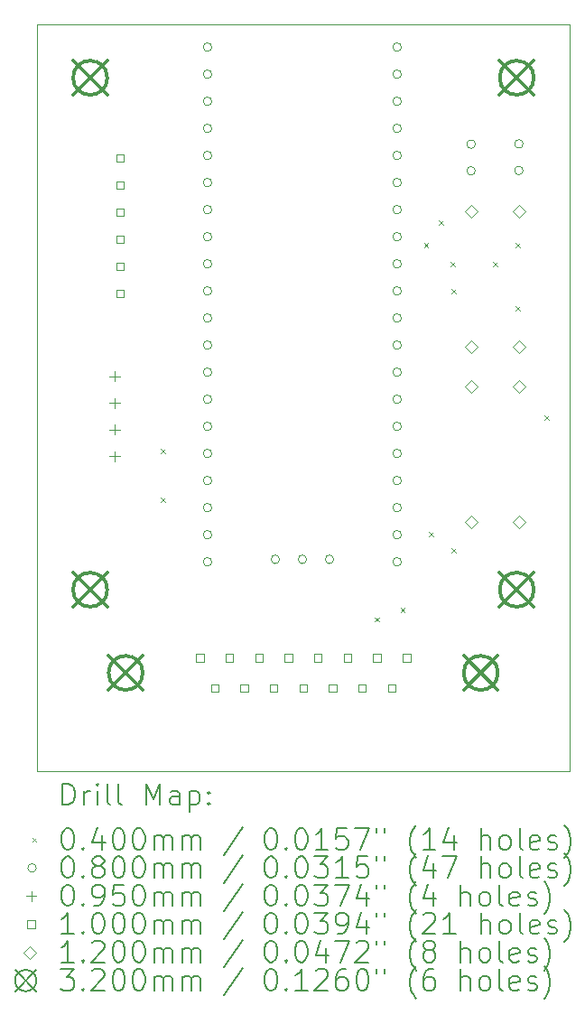
<source format=gbr>
%TF.GenerationSoftware,KiCad,Pcbnew,7.0.1*%
%TF.CreationDate,2023-05-02T22:09:20+01:00*%
%TF.ProjectId,pico-joystick,7069636f-2d6a-46f7-9973-7469636b2e6b,rev?*%
%TF.SameCoordinates,Original*%
%TF.FileFunction,Drillmap*%
%TF.FilePolarity,Positive*%
%FSLAX45Y45*%
G04 Gerber Fmt 4.5, Leading zero omitted, Abs format (unit mm)*
G04 Created by KiCad (PCBNEW 7.0.1) date 2023-05-02 22:09:20*
%MOMM*%
%LPD*%
G01*
G04 APERTURE LIST*
%ADD10C,0.100000*%
%ADD11C,0.200000*%
%ADD12C,0.040000*%
%ADD13C,0.080000*%
%ADD14C,0.095000*%
%ADD15C,0.120000*%
%ADD16C,0.320000*%
G04 APERTURE END LIST*
D10*
X12740000Y-6000000D02*
X17740000Y-6000000D01*
X17740000Y-13000000D01*
X12740000Y-13000000D01*
X12740000Y-6000000D01*
D11*
D12*
X13900000Y-9980000D02*
X13940000Y-10020000D01*
X13940000Y-9980000D02*
X13900000Y-10020000D01*
X13900000Y-10440000D02*
X13940000Y-10480000D01*
X13940000Y-10440000D02*
X13900000Y-10480000D01*
X15910000Y-11560000D02*
X15950000Y-11600000D01*
X15950000Y-11560000D02*
X15910000Y-11600000D01*
X16150000Y-11470000D02*
X16190000Y-11510000D01*
X16190000Y-11470000D02*
X16150000Y-11510000D01*
X16370000Y-8050000D02*
X16410000Y-8090000D01*
X16410000Y-8050000D02*
X16370000Y-8090000D01*
X16420000Y-10760000D02*
X16460000Y-10800000D01*
X16460000Y-10760000D02*
X16420000Y-10800000D01*
X16510000Y-7840000D02*
X16550000Y-7880000D01*
X16550000Y-7840000D02*
X16510000Y-7880000D01*
X16620000Y-8230000D02*
X16660000Y-8270000D01*
X16660000Y-8230000D02*
X16620000Y-8270000D01*
X16630000Y-8480000D02*
X16670000Y-8520000D01*
X16670000Y-8480000D02*
X16630000Y-8520000D01*
X16630000Y-10910000D02*
X16670000Y-10950000D01*
X16670000Y-10910000D02*
X16630000Y-10950000D01*
X17020000Y-8230000D02*
X17060000Y-8270000D01*
X17060000Y-8230000D02*
X17020000Y-8270000D01*
X17230000Y-8050000D02*
X17270000Y-8090000D01*
X17270000Y-8050000D02*
X17230000Y-8090000D01*
X17230000Y-8640000D02*
X17270000Y-8680000D01*
X17270000Y-8640000D02*
X17230000Y-8680000D01*
X17500000Y-9670000D02*
X17540000Y-9710000D01*
X17540000Y-9670000D02*
X17500000Y-9710000D01*
D13*
X14381000Y-6213000D02*
G75*
G03*
X14381000Y-6213000I-40000J0D01*
G01*
X14381000Y-6467000D02*
G75*
G03*
X14381000Y-6467000I-40000J0D01*
G01*
X14381000Y-6721000D02*
G75*
G03*
X14381000Y-6721000I-40000J0D01*
G01*
X14381000Y-6975000D02*
G75*
G03*
X14381000Y-6975000I-40000J0D01*
G01*
X14381000Y-7229000D02*
G75*
G03*
X14381000Y-7229000I-40000J0D01*
G01*
X14381000Y-7483000D02*
G75*
G03*
X14381000Y-7483000I-40000J0D01*
G01*
X14381000Y-7737000D02*
G75*
G03*
X14381000Y-7737000I-40000J0D01*
G01*
X14381000Y-7991000D02*
G75*
G03*
X14381000Y-7991000I-40000J0D01*
G01*
X14381000Y-8245000D02*
G75*
G03*
X14381000Y-8245000I-40000J0D01*
G01*
X14381000Y-8499000D02*
G75*
G03*
X14381000Y-8499000I-40000J0D01*
G01*
X14381000Y-8753000D02*
G75*
G03*
X14381000Y-8753000I-40000J0D01*
G01*
X14381000Y-9007000D02*
G75*
G03*
X14381000Y-9007000I-40000J0D01*
G01*
X14381000Y-9261000D02*
G75*
G03*
X14381000Y-9261000I-40000J0D01*
G01*
X14381000Y-9515000D02*
G75*
G03*
X14381000Y-9515000I-40000J0D01*
G01*
X14381000Y-9769000D02*
G75*
G03*
X14381000Y-9769000I-40000J0D01*
G01*
X14381000Y-10023000D02*
G75*
G03*
X14381000Y-10023000I-40000J0D01*
G01*
X14381000Y-10277000D02*
G75*
G03*
X14381000Y-10277000I-40000J0D01*
G01*
X14381000Y-10531000D02*
G75*
G03*
X14381000Y-10531000I-40000J0D01*
G01*
X14381000Y-10785000D02*
G75*
G03*
X14381000Y-10785000I-40000J0D01*
G01*
X14381000Y-11039000D02*
G75*
G03*
X14381000Y-11039000I-40000J0D01*
G01*
X15016000Y-11016000D02*
G75*
G03*
X15016000Y-11016000I-40000J0D01*
G01*
X15270000Y-11016000D02*
G75*
G03*
X15270000Y-11016000I-40000J0D01*
G01*
X15524000Y-11016000D02*
G75*
G03*
X15524000Y-11016000I-40000J0D01*
G01*
X16159000Y-6213000D02*
G75*
G03*
X16159000Y-6213000I-40000J0D01*
G01*
X16159000Y-6467000D02*
G75*
G03*
X16159000Y-6467000I-40000J0D01*
G01*
X16159000Y-6721000D02*
G75*
G03*
X16159000Y-6721000I-40000J0D01*
G01*
X16159000Y-6975000D02*
G75*
G03*
X16159000Y-6975000I-40000J0D01*
G01*
X16159000Y-7229000D02*
G75*
G03*
X16159000Y-7229000I-40000J0D01*
G01*
X16159000Y-7483000D02*
G75*
G03*
X16159000Y-7483000I-40000J0D01*
G01*
X16159000Y-7737000D02*
G75*
G03*
X16159000Y-7737000I-40000J0D01*
G01*
X16159000Y-7991000D02*
G75*
G03*
X16159000Y-7991000I-40000J0D01*
G01*
X16159000Y-8245000D02*
G75*
G03*
X16159000Y-8245000I-40000J0D01*
G01*
X16159000Y-8499000D02*
G75*
G03*
X16159000Y-8499000I-40000J0D01*
G01*
X16159000Y-8753000D02*
G75*
G03*
X16159000Y-8753000I-40000J0D01*
G01*
X16159000Y-9007000D02*
G75*
G03*
X16159000Y-9007000I-40000J0D01*
G01*
X16159000Y-9261000D02*
G75*
G03*
X16159000Y-9261000I-40000J0D01*
G01*
X16159000Y-9515000D02*
G75*
G03*
X16159000Y-9515000I-40000J0D01*
G01*
X16159000Y-9769000D02*
G75*
G03*
X16159000Y-9769000I-40000J0D01*
G01*
X16159000Y-10023000D02*
G75*
G03*
X16159000Y-10023000I-40000J0D01*
G01*
X16159000Y-10277000D02*
G75*
G03*
X16159000Y-10277000I-40000J0D01*
G01*
X16159000Y-10531000D02*
G75*
G03*
X16159000Y-10531000I-40000J0D01*
G01*
X16159000Y-10785000D02*
G75*
G03*
X16159000Y-10785000I-40000J0D01*
G01*
X16159000Y-11039000D02*
G75*
G03*
X16159000Y-11039000I-40000J0D01*
G01*
X16852000Y-7123000D02*
G75*
G03*
X16852000Y-7123000I-40000J0D01*
G01*
X16852000Y-7373000D02*
G75*
G03*
X16852000Y-7373000I-40000J0D01*
G01*
X17300000Y-7120000D02*
G75*
G03*
X17300000Y-7120000I-40000J0D01*
G01*
X17300000Y-7370000D02*
G75*
G03*
X17300000Y-7370000I-40000J0D01*
G01*
D14*
X13470000Y-9252500D02*
X13470000Y-9347500D01*
X13422500Y-9300000D02*
X13517500Y-9300000D01*
X13470000Y-9502500D02*
X13470000Y-9597500D01*
X13422500Y-9550000D02*
X13517500Y-9550000D01*
X13470000Y-9752500D02*
X13470000Y-9847500D01*
X13422500Y-9800000D02*
X13517500Y-9800000D01*
X13470000Y-10002500D02*
X13470000Y-10097500D01*
X13422500Y-10050000D02*
X13517500Y-10050000D01*
D10*
X13555356Y-7289356D02*
X13555356Y-7218644D01*
X13484644Y-7218644D01*
X13484644Y-7289356D01*
X13555356Y-7289356D01*
X13555356Y-7543356D02*
X13555356Y-7472644D01*
X13484644Y-7472644D01*
X13484644Y-7543356D01*
X13555356Y-7543356D01*
X13555356Y-7797356D02*
X13555356Y-7726644D01*
X13484644Y-7726644D01*
X13484644Y-7797356D01*
X13555356Y-7797356D01*
X13555356Y-8051356D02*
X13555356Y-7980644D01*
X13484644Y-7980644D01*
X13484644Y-8051356D01*
X13555356Y-8051356D01*
X13555356Y-8305356D02*
X13555356Y-8234644D01*
X13484644Y-8234644D01*
X13484644Y-8305356D01*
X13555356Y-8305356D01*
X13555356Y-8559356D02*
X13555356Y-8488644D01*
X13484644Y-8488644D01*
X13484644Y-8559356D01*
X13555356Y-8559356D01*
X14303856Y-11973356D02*
X14303856Y-11902644D01*
X14233144Y-11902644D01*
X14233144Y-11973356D01*
X14303856Y-11973356D01*
X14442356Y-12257356D02*
X14442356Y-12186644D01*
X14371644Y-12186644D01*
X14371644Y-12257356D01*
X14442356Y-12257356D01*
X14580856Y-11973356D02*
X14580856Y-11902644D01*
X14510144Y-11902644D01*
X14510144Y-11973356D01*
X14580856Y-11973356D01*
X14719356Y-12257356D02*
X14719356Y-12186644D01*
X14648644Y-12186644D01*
X14648644Y-12257356D01*
X14719356Y-12257356D01*
X14857856Y-11973356D02*
X14857856Y-11902644D01*
X14787144Y-11902644D01*
X14787144Y-11973356D01*
X14857856Y-11973356D01*
X14996356Y-12257356D02*
X14996356Y-12186644D01*
X14925644Y-12186644D01*
X14925644Y-12257356D01*
X14996356Y-12257356D01*
X15134856Y-11973356D02*
X15134856Y-11902644D01*
X15064144Y-11902644D01*
X15064144Y-11973356D01*
X15134856Y-11973356D01*
X15273356Y-12257356D02*
X15273356Y-12186644D01*
X15202644Y-12186644D01*
X15202644Y-12257356D01*
X15273356Y-12257356D01*
X15411856Y-11973356D02*
X15411856Y-11902644D01*
X15341144Y-11902644D01*
X15341144Y-11973356D01*
X15411856Y-11973356D01*
X15550356Y-12257356D02*
X15550356Y-12186644D01*
X15479644Y-12186644D01*
X15479644Y-12257356D01*
X15550356Y-12257356D01*
X15688856Y-11973356D02*
X15688856Y-11902644D01*
X15618144Y-11902644D01*
X15618144Y-11973356D01*
X15688856Y-11973356D01*
X15827356Y-12257356D02*
X15827356Y-12186644D01*
X15756644Y-12186644D01*
X15756644Y-12257356D01*
X15827356Y-12257356D01*
X15965856Y-11973356D02*
X15965856Y-11902644D01*
X15895144Y-11902644D01*
X15895144Y-11973356D01*
X15965856Y-11973356D01*
X16104356Y-12257356D02*
X16104356Y-12186644D01*
X16033644Y-12186644D01*
X16033644Y-12257356D01*
X16104356Y-12257356D01*
X16242856Y-11973356D02*
X16242856Y-11902644D01*
X16172144Y-11902644D01*
X16172144Y-11973356D01*
X16242856Y-11973356D01*
D15*
X16812000Y-7810000D02*
X16872000Y-7750000D01*
X16812000Y-7690000D01*
X16752000Y-7750000D01*
X16812000Y-7810000D01*
X16812000Y-9080000D02*
X16872000Y-9020000D01*
X16812000Y-8960000D01*
X16752000Y-9020000D01*
X16812000Y-9080000D01*
X16812000Y-9455000D02*
X16872000Y-9395000D01*
X16812000Y-9335000D01*
X16752000Y-9395000D01*
X16812000Y-9455000D01*
X16812000Y-10725000D02*
X16872000Y-10665000D01*
X16812000Y-10605000D01*
X16752000Y-10665000D01*
X16812000Y-10725000D01*
X17260000Y-7810000D02*
X17320000Y-7750000D01*
X17260000Y-7690000D01*
X17200000Y-7750000D01*
X17260000Y-7810000D01*
X17260000Y-9080000D02*
X17320000Y-9020000D01*
X17260000Y-8960000D01*
X17200000Y-9020000D01*
X17260000Y-9080000D01*
X17260000Y-9455000D02*
X17320000Y-9395000D01*
X17260000Y-9335000D01*
X17200000Y-9395000D01*
X17260000Y-9455000D01*
X17260000Y-10725000D02*
X17320000Y-10665000D01*
X17260000Y-10605000D01*
X17200000Y-10665000D01*
X17260000Y-10725000D01*
D16*
X13080000Y-6340000D02*
X13400000Y-6660000D01*
X13400000Y-6340000D02*
X13080000Y-6660000D01*
X13400000Y-6500000D02*
G75*
G03*
X13400000Y-6500000I-160000J0D01*
G01*
X13080000Y-11140000D02*
X13400000Y-11460000D01*
X13400000Y-11140000D02*
X13080000Y-11460000D01*
X13400000Y-11300000D02*
G75*
G03*
X13400000Y-11300000I-160000J0D01*
G01*
X13413000Y-11920000D02*
X13733000Y-12240000D01*
X13733000Y-11920000D02*
X13413000Y-12240000D01*
X13733000Y-12080000D02*
G75*
G03*
X13733000Y-12080000I-160000J0D01*
G01*
X16743000Y-11920000D02*
X17063000Y-12240000D01*
X17063000Y-11920000D02*
X16743000Y-12240000D01*
X17063000Y-12080000D02*
G75*
G03*
X17063000Y-12080000I-160000J0D01*
G01*
X17080000Y-6340000D02*
X17400000Y-6660000D01*
X17400000Y-6340000D02*
X17080000Y-6660000D01*
X17400000Y-6500000D02*
G75*
G03*
X17400000Y-6500000I-160000J0D01*
G01*
X17080000Y-11140000D02*
X17400000Y-11460000D01*
X17400000Y-11140000D02*
X17080000Y-11460000D01*
X17400000Y-11300000D02*
G75*
G03*
X17400000Y-11300000I-160000J0D01*
G01*
D11*
X12982619Y-13317524D02*
X12982619Y-13117524D01*
X12982619Y-13117524D02*
X13030238Y-13117524D01*
X13030238Y-13117524D02*
X13058809Y-13127048D01*
X13058809Y-13127048D02*
X13077857Y-13146095D01*
X13077857Y-13146095D02*
X13087381Y-13165143D01*
X13087381Y-13165143D02*
X13096905Y-13203238D01*
X13096905Y-13203238D02*
X13096905Y-13231809D01*
X13096905Y-13231809D02*
X13087381Y-13269905D01*
X13087381Y-13269905D02*
X13077857Y-13288952D01*
X13077857Y-13288952D02*
X13058809Y-13308000D01*
X13058809Y-13308000D02*
X13030238Y-13317524D01*
X13030238Y-13317524D02*
X12982619Y-13317524D01*
X13182619Y-13317524D02*
X13182619Y-13184190D01*
X13182619Y-13222286D02*
X13192143Y-13203238D01*
X13192143Y-13203238D02*
X13201667Y-13193714D01*
X13201667Y-13193714D02*
X13220714Y-13184190D01*
X13220714Y-13184190D02*
X13239762Y-13184190D01*
X13306428Y-13317524D02*
X13306428Y-13184190D01*
X13306428Y-13117524D02*
X13296905Y-13127048D01*
X13296905Y-13127048D02*
X13306428Y-13136571D01*
X13306428Y-13136571D02*
X13315952Y-13127048D01*
X13315952Y-13127048D02*
X13306428Y-13117524D01*
X13306428Y-13117524D02*
X13306428Y-13136571D01*
X13430238Y-13317524D02*
X13411190Y-13308000D01*
X13411190Y-13308000D02*
X13401667Y-13288952D01*
X13401667Y-13288952D02*
X13401667Y-13117524D01*
X13535000Y-13317524D02*
X13515952Y-13308000D01*
X13515952Y-13308000D02*
X13506428Y-13288952D01*
X13506428Y-13288952D02*
X13506428Y-13117524D01*
X13763571Y-13317524D02*
X13763571Y-13117524D01*
X13763571Y-13117524D02*
X13830238Y-13260381D01*
X13830238Y-13260381D02*
X13896905Y-13117524D01*
X13896905Y-13117524D02*
X13896905Y-13317524D01*
X14077857Y-13317524D02*
X14077857Y-13212762D01*
X14077857Y-13212762D02*
X14068333Y-13193714D01*
X14068333Y-13193714D02*
X14049286Y-13184190D01*
X14049286Y-13184190D02*
X14011190Y-13184190D01*
X14011190Y-13184190D02*
X13992143Y-13193714D01*
X14077857Y-13308000D02*
X14058809Y-13317524D01*
X14058809Y-13317524D02*
X14011190Y-13317524D01*
X14011190Y-13317524D02*
X13992143Y-13308000D01*
X13992143Y-13308000D02*
X13982619Y-13288952D01*
X13982619Y-13288952D02*
X13982619Y-13269905D01*
X13982619Y-13269905D02*
X13992143Y-13250857D01*
X13992143Y-13250857D02*
X14011190Y-13241333D01*
X14011190Y-13241333D02*
X14058809Y-13241333D01*
X14058809Y-13241333D02*
X14077857Y-13231809D01*
X14173095Y-13184190D02*
X14173095Y-13384190D01*
X14173095Y-13193714D02*
X14192143Y-13184190D01*
X14192143Y-13184190D02*
X14230238Y-13184190D01*
X14230238Y-13184190D02*
X14249286Y-13193714D01*
X14249286Y-13193714D02*
X14258809Y-13203238D01*
X14258809Y-13203238D02*
X14268333Y-13222286D01*
X14268333Y-13222286D02*
X14268333Y-13279428D01*
X14268333Y-13279428D02*
X14258809Y-13298476D01*
X14258809Y-13298476D02*
X14249286Y-13308000D01*
X14249286Y-13308000D02*
X14230238Y-13317524D01*
X14230238Y-13317524D02*
X14192143Y-13317524D01*
X14192143Y-13317524D02*
X14173095Y-13308000D01*
X14354048Y-13298476D02*
X14363571Y-13308000D01*
X14363571Y-13308000D02*
X14354048Y-13317524D01*
X14354048Y-13317524D02*
X14344524Y-13308000D01*
X14344524Y-13308000D02*
X14354048Y-13298476D01*
X14354048Y-13298476D02*
X14354048Y-13317524D01*
X14354048Y-13193714D02*
X14363571Y-13203238D01*
X14363571Y-13203238D02*
X14354048Y-13212762D01*
X14354048Y-13212762D02*
X14344524Y-13203238D01*
X14344524Y-13203238D02*
X14354048Y-13193714D01*
X14354048Y-13193714D02*
X14354048Y-13212762D01*
D12*
X12695000Y-13625000D02*
X12735000Y-13665000D01*
X12735000Y-13625000D02*
X12695000Y-13665000D01*
D11*
X13020714Y-13537524D02*
X13039762Y-13537524D01*
X13039762Y-13537524D02*
X13058809Y-13547048D01*
X13058809Y-13547048D02*
X13068333Y-13556571D01*
X13068333Y-13556571D02*
X13077857Y-13575619D01*
X13077857Y-13575619D02*
X13087381Y-13613714D01*
X13087381Y-13613714D02*
X13087381Y-13661333D01*
X13087381Y-13661333D02*
X13077857Y-13699428D01*
X13077857Y-13699428D02*
X13068333Y-13718476D01*
X13068333Y-13718476D02*
X13058809Y-13728000D01*
X13058809Y-13728000D02*
X13039762Y-13737524D01*
X13039762Y-13737524D02*
X13020714Y-13737524D01*
X13020714Y-13737524D02*
X13001667Y-13728000D01*
X13001667Y-13728000D02*
X12992143Y-13718476D01*
X12992143Y-13718476D02*
X12982619Y-13699428D01*
X12982619Y-13699428D02*
X12973095Y-13661333D01*
X12973095Y-13661333D02*
X12973095Y-13613714D01*
X12973095Y-13613714D02*
X12982619Y-13575619D01*
X12982619Y-13575619D02*
X12992143Y-13556571D01*
X12992143Y-13556571D02*
X13001667Y-13547048D01*
X13001667Y-13547048D02*
X13020714Y-13537524D01*
X13173095Y-13718476D02*
X13182619Y-13728000D01*
X13182619Y-13728000D02*
X13173095Y-13737524D01*
X13173095Y-13737524D02*
X13163571Y-13728000D01*
X13163571Y-13728000D02*
X13173095Y-13718476D01*
X13173095Y-13718476D02*
X13173095Y-13737524D01*
X13354048Y-13604190D02*
X13354048Y-13737524D01*
X13306428Y-13528000D02*
X13258809Y-13670857D01*
X13258809Y-13670857D02*
X13382619Y-13670857D01*
X13496905Y-13537524D02*
X13515952Y-13537524D01*
X13515952Y-13537524D02*
X13535000Y-13547048D01*
X13535000Y-13547048D02*
X13544524Y-13556571D01*
X13544524Y-13556571D02*
X13554048Y-13575619D01*
X13554048Y-13575619D02*
X13563571Y-13613714D01*
X13563571Y-13613714D02*
X13563571Y-13661333D01*
X13563571Y-13661333D02*
X13554048Y-13699428D01*
X13554048Y-13699428D02*
X13544524Y-13718476D01*
X13544524Y-13718476D02*
X13535000Y-13728000D01*
X13535000Y-13728000D02*
X13515952Y-13737524D01*
X13515952Y-13737524D02*
X13496905Y-13737524D01*
X13496905Y-13737524D02*
X13477857Y-13728000D01*
X13477857Y-13728000D02*
X13468333Y-13718476D01*
X13468333Y-13718476D02*
X13458809Y-13699428D01*
X13458809Y-13699428D02*
X13449286Y-13661333D01*
X13449286Y-13661333D02*
X13449286Y-13613714D01*
X13449286Y-13613714D02*
X13458809Y-13575619D01*
X13458809Y-13575619D02*
X13468333Y-13556571D01*
X13468333Y-13556571D02*
X13477857Y-13547048D01*
X13477857Y-13547048D02*
X13496905Y-13537524D01*
X13687381Y-13537524D02*
X13706429Y-13537524D01*
X13706429Y-13537524D02*
X13725476Y-13547048D01*
X13725476Y-13547048D02*
X13735000Y-13556571D01*
X13735000Y-13556571D02*
X13744524Y-13575619D01*
X13744524Y-13575619D02*
X13754048Y-13613714D01*
X13754048Y-13613714D02*
X13754048Y-13661333D01*
X13754048Y-13661333D02*
X13744524Y-13699428D01*
X13744524Y-13699428D02*
X13735000Y-13718476D01*
X13735000Y-13718476D02*
X13725476Y-13728000D01*
X13725476Y-13728000D02*
X13706429Y-13737524D01*
X13706429Y-13737524D02*
X13687381Y-13737524D01*
X13687381Y-13737524D02*
X13668333Y-13728000D01*
X13668333Y-13728000D02*
X13658809Y-13718476D01*
X13658809Y-13718476D02*
X13649286Y-13699428D01*
X13649286Y-13699428D02*
X13639762Y-13661333D01*
X13639762Y-13661333D02*
X13639762Y-13613714D01*
X13639762Y-13613714D02*
X13649286Y-13575619D01*
X13649286Y-13575619D02*
X13658809Y-13556571D01*
X13658809Y-13556571D02*
X13668333Y-13547048D01*
X13668333Y-13547048D02*
X13687381Y-13537524D01*
X13839762Y-13737524D02*
X13839762Y-13604190D01*
X13839762Y-13623238D02*
X13849286Y-13613714D01*
X13849286Y-13613714D02*
X13868333Y-13604190D01*
X13868333Y-13604190D02*
X13896905Y-13604190D01*
X13896905Y-13604190D02*
X13915952Y-13613714D01*
X13915952Y-13613714D02*
X13925476Y-13632762D01*
X13925476Y-13632762D02*
X13925476Y-13737524D01*
X13925476Y-13632762D02*
X13935000Y-13613714D01*
X13935000Y-13613714D02*
X13954048Y-13604190D01*
X13954048Y-13604190D02*
X13982619Y-13604190D01*
X13982619Y-13604190D02*
X14001667Y-13613714D01*
X14001667Y-13613714D02*
X14011190Y-13632762D01*
X14011190Y-13632762D02*
X14011190Y-13737524D01*
X14106429Y-13737524D02*
X14106429Y-13604190D01*
X14106429Y-13623238D02*
X14115952Y-13613714D01*
X14115952Y-13613714D02*
X14135000Y-13604190D01*
X14135000Y-13604190D02*
X14163571Y-13604190D01*
X14163571Y-13604190D02*
X14182619Y-13613714D01*
X14182619Y-13613714D02*
X14192143Y-13632762D01*
X14192143Y-13632762D02*
X14192143Y-13737524D01*
X14192143Y-13632762D02*
X14201667Y-13613714D01*
X14201667Y-13613714D02*
X14220714Y-13604190D01*
X14220714Y-13604190D02*
X14249286Y-13604190D01*
X14249286Y-13604190D02*
X14268333Y-13613714D01*
X14268333Y-13613714D02*
X14277857Y-13632762D01*
X14277857Y-13632762D02*
X14277857Y-13737524D01*
X14668333Y-13528000D02*
X14496905Y-13785143D01*
X14925476Y-13537524D02*
X14944524Y-13537524D01*
X14944524Y-13537524D02*
X14963572Y-13547048D01*
X14963572Y-13547048D02*
X14973095Y-13556571D01*
X14973095Y-13556571D02*
X14982619Y-13575619D01*
X14982619Y-13575619D02*
X14992143Y-13613714D01*
X14992143Y-13613714D02*
X14992143Y-13661333D01*
X14992143Y-13661333D02*
X14982619Y-13699428D01*
X14982619Y-13699428D02*
X14973095Y-13718476D01*
X14973095Y-13718476D02*
X14963572Y-13728000D01*
X14963572Y-13728000D02*
X14944524Y-13737524D01*
X14944524Y-13737524D02*
X14925476Y-13737524D01*
X14925476Y-13737524D02*
X14906429Y-13728000D01*
X14906429Y-13728000D02*
X14896905Y-13718476D01*
X14896905Y-13718476D02*
X14887381Y-13699428D01*
X14887381Y-13699428D02*
X14877857Y-13661333D01*
X14877857Y-13661333D02*
X14877857Y-13613714D01*
X14877857Y-13613714D02*
X14887381Y-13575619D01*
X14887381Y-13575619D02*
X14896905Y-13556571D01*
X14896905Y-13556571D02*
X14906429Y-13547048D01*
X14906429Y-13547048D02*
X14925476Y-13537524D01*
X15077857Y-13718476D02*
X15087381Y-13728000D01*
X15087381Y-13728000D02*
X15077857Y-13737524D01*
X15077857Y-13737524D02*
X15068333Y-13728000D01*
X15068333Y-13728000D02*
X15077857Y-13718476D01*
X15077857Y-13718476D02*
X15077857Y-13737524D01*
X15211191Y-13537524D02*
X15230238Y-13537524D01*
X15230238Y-13537524D02*
X15249286Y-13547048D01*
X15249286Y-13547048D02*
X15258810Y-13556571D01*
X15258810Y-13556571D02*
X15268333Y-13575619D01*
X15268333Y-13575619D02*
X15277857Y-13613714D01*
X15277857Y-13613714D02*
X15277857Y-13661333D01*
X15277857Y-13661333D02*
X15268333Y-13699428D01*
X15268333Y-13699428D02*
X15258810Y-13718476D01*
X15258810Y-13718476D02*
X15249286Y-13728000D01*
X15249286Y-13728000D02*
X15230238Y-13737524D01*
X15230238Y-13737524D02*
X15211191Y-13737524D01*
X15211191Y-13737524D02*
X15192143Y-13728000D01*
X15192143Y-13728000D02*
X15182619Y-13718476D01*
X15182619Y-13718476D02*
X15173095Y-13699428D01*
X15173095Y-13699428D02*
X15163572Y-13661333D01*
X15163572Y-13661333D02*
X15163572Y-13613714D01*
X15163572Y-13613714D02*
X15173095Y-13575619D01*
X15173095Y-13575619D02*
X15182619Y-13556571D01*
X15182619Y-13556571D02*
X15192143Y-13547048D01*
X15192143Y-13547048D02*
X15211191Y-13537524D01*
X15468333Y-13737524D02*
X15354048Y-13737524D01*
X15411191Y-13737524D02*
X15411191Y-13537524D01*
X15411191Y-13537524D02*
X15392143Y-13566095D01*
X15392143Y-13566095D02*
X15373095Y-13585143D01*
X15373095Y-13585143D02*
X15354048Y-13594667D01*
X15649286Y-13537524D02*
X15554048Y-13537524D01*
X15554048Y-13537524D02*
X15544524Y-13632762D01*
X15544524Y-13632762D02*
X15554048Y-13623238D01*
X15554048Y-13623238D02*
X15573095Y-13613714D01*
X15573095Y-13613714D02*
X15620714Y-13613714D01*
X15620714Y-13613714D02*
X15639762Y-13623238D01*
X15639762Y-13623238D02*
X15649286Y-13632762D01*
X15649286Y-13632762D02*
X15658810Y-13651809D01*
X15658810Y-13651809D02*
X15658810Y-13699428D01*
X15658810Y-13699428D02*
X15649286Y-13718476D01*
X15649286Y-13718476D02*
X15639762Y-13728000D01*
X15639762Y-13728000D02*
X15620714Y-13737524D01*
X15620714Y-13737524D02*
X15573095Y-13737524D01*
X15573095Y-13737524D02*
X15554048Y-13728000D01*
X15554048Y-13728000D02*
X15544524Y-13718476D01*
X15725476Y-13537524D02*
X15858810Y-13537524D01*
X15858810Y-13537524D02*
X15773095Y-13737524D01*
X15925476Y-13537524D02*
X15925476Y-13575619D01*
X16001667Y-13537524D02*
X16001667Y-13575619D01*
X16296905Y-13813714D02*
X16287381Y-13804190D01*
X16287381Y-13804190D02*
X16268334Y-13775619D01*
X16268334Y-13775619D02*
X16258810Y-13756571D01*
X16258810Y-13756571D02*
X16249286Y-13728000D01*
X16249286Y-13728000D02*
X16239762Y-13680381D01*
X16239762Y-13680381D02*
X16239762Y-13642286D01*
X16239762Y-13642286D02*
X16249286Y-13594667D01*
X16249286Y-13594667D02*
X16258810Y-13566095D01*
X16258810Y-13566095D02*
X16268334Y-13547048D01*
X16268334Y-13547048D02*
X16287381Y-13518476D01*
X16287381Y-13518476D02*
X16296905Y-13508952D01*
X16477857Y-13737524D02*
X16363572Y-13737524D01*
X16420714Y-13737524D02*
X16420714Y-13537524D01*
X16420714Y-13537524D02*
X16401667Y-13566095D01*
X16401667Y-13566095D02*
X16382619Y-13585143D01*
X16382619Y-13585143D02*
X16363572Y-13594667D01*
X16649286Y-13604190D02*
X16649286Y-13737524D01*
X16601667Y-13528000D02*
X16554048Y-13670857D01*
X16554048Y-13670857D02*
X16677857Y-13670857D01*
X16906429Y-13737524D02*
X16906429Y-13537524D01*
X16992143Y-13737524D02*
X16992143Y-13632762D01*
X16992143Y-13632762D02*
X16982619Y-13613714D01*
X16982619Y-13613714D02*
X16963572Y-13604190D01*
X16963572Y-13604190D02*
X16935000Y-13604190D01*
X16935000Y-13604190D02*
X16915953Y-13613714D01*
X16915953Y-13613714D02*
X16906429Y-13623238D01*
X17115953Y-13737524D02*
X17096905Y-13728000D01*
X17096905Y-13728000D02*
X17087381Y-13718476D01*
X17087381Y-13718476D02*
X17077858Y-13699428D01*
X17077858Y-13699428D02*
X17077858Y-13642286D01*
X17077858Y-13642286D02*
X17087381Y-13623238D01*
X17087381Y-13623238D02*
X17096905Y-13613714D01*
X17096905Y-13613714D02*
X17115953Y-13604190D01*
X17115953Y-13604190D02*
X17144524Y-13604190D01*
X17144524Y-13604190D02*
X17163572Y-13613714D01*
X17163572Y-13613714D02*
X17173096Y-13623238D01*
X17173096Y-13623238D02*
X17182619Y-13642286D01*
X17182619Y-13642286D02*
X17182619Y-13699428D01*
X17182619Y-13699428D02*
X17173096Y-13718476D01*
X17173096Y-13718476D02*
X17163572Y-13728000D01*
X17163572Y-13728000D02*
X17144524Y-13737524D01*
X17144524Y-13737524D02*
X17115953Y-13737524D01*
X17296905Y-13737524D02*
X17277858Y-13728000D01*
X17277858Y-13728000D02*
X17268334Y-13708952D01*
X17268334Y-13708952D02*
X17268334Y-13537524D01*
X17449286Y-13728000D02*
X17430239Y-13737524D01*
X17430239Y-13737524D02*
X17392143Y-13737524D01*
X17392143Y-13737524D02*
X17373096Y-13728000D01*
X17373096Y-13728000D02*
X17363572Y-13708952D01*
X17363572Y-13708952D02*
X17363572Y-13632762D01*
X17363572Y-13632762D02*
X17373096Y-13613714D01*
X17373096Y-13613714D02*
X17392143Y-13604190D01*
X17392143Y-13604190D02*
X17430239Y-13604190D01*
X17430239Y-13604190D02*
X17449286Y-13613714D01*
X17449286Y-13613714D02*
X17458810Y-13632762D01*
X17458810Y-13632762D02*
X17458810Y-13651809D01*
X17458810Y-13651809D02*
X17363572Y-13670857D01*
X17535000Y-13728000D02*
X17554048Y-13737524D01*
X17554048Y-13737524D02*
X17592143Y-13737524D01*
X17592143Y-13737524D02*
X17611191Y-13728000D01*
X17611191Y-13728000D02*
X17620715Y-13708952D01*
X17620715Y-13708952D02*
X17620715Y-13699428D01*
X17620715Y-13699428D02*
X17611191Y-13680381D01*
X17611191Y-13680381D02*
X17592143Y-13670857D01*
X17592143Y-13670857D02*
X17563572Y-13670857D01*
X17563572Y-13670857D02*
X17544524Y-13661333D01*
X17544524Y-13661333D02*
X17535000Y-13642286D01*
X17535000Y-13642286D02*
X17535000Y-13632762D01*
X17535000Y-13632762D02*
X17544524Y-13613714D01*
X17544524Y-13613714D02*
X17563572Y-13604190D01*
X17563572Y-13604190D02*
X17592143Y-13604190D01*
X17592143Y-13604190D02*
X17611191Y-13613714D01*
X17687381Y-13813714D02*
X17696905Y-13804190D01*
X17696905Y-13804190D02*
X17715953Y-13775619D01*
X17715953Y-13775619D02*
X17725477Y-13756571D01*
X17725477Y-13756571D02*
X17735000Y-13728000D01*
X17735000Y-13728000D02*
X17744524Y-13680381D01*
X17744524Y-13680381D02*
X17744524Y-13642286D01*
X17744524Y-13642286D02*
X17735000Y-13594667D01*
X17735000Y-13594667D02*
X17725477Y-13566095D01*
X17725477Y-13566095D02*
X17715953Y-13547048D01*
X17715953Y-13547048D02*
X17696905Y-13518476D01*
X17696905Y-13518476D02*
X17687381Y-13508952D01*
D13*
X12735000Y-13909000D02*
G75*
G03*
X12735000Y-13909000I-40000J0D01*
G01*
D11*
X13020714Y-13801524D02*
X13039762Y-13801524D01*
X13039762Y-13801524D02*
X13058809Y-13811048D01*
X13058809Y-13811048D02*
X13068333Y-13820571D01*
X13068333Y-13820571D02*
X13077857Y-13839619D01*
X13077857Y-13839619D02*
X13087381Y-13877714D01*
X13087381Y-13877714D02*
X13087381Y-13925333D01*
X13087381Y-13925333D02*
X13077857Y-13963428D01*
X13077857Y-13963428D02*
X13068333Y-13982476D01*
X13068333Y-13982476D02*
X13058809Y-13992000D01*
X13058809Y-13992000D02*
X13039762Y-14001524D01*
X13039762Y-14001524D02*
X13020714Y-14001524D01*
X13020714Y-14001524D02*
X13001667Y-13992000D01*
X13001667Y-13992000D02*
X12992143Y-13982476D01*
X12992143Y-13982476D02*
X12982619Y-13963428D01*
X12982619Y-13963428D02*
X12973095Y-13925333D01*
X12973095Y-13925333D02*
X12973095Y-13877714D01*
X12973095Y-13877714D02*
X12982619Y-13839619D01*
X12982619Y-13839619D02*
X12992143Y-13820571D01*
X12992143Y-13820571D02*
X13001667Y-13811048D01*
X13001667Y-13811048D02*
X13020714Y-13801524D01*
X13173095Y-13982476D02*
X13182619Y-13992000D01*
X13182619Y-13992000D02*
X13173095Y-14001524D01*
X13173095Y-14001524D02*
X13163571Y-13992000D01*
X13163571Y-13992000D02*
X13173095Y-13982476D01*
X13173095Y-13982476D02*
X13173095Y-14001524D01*
X13296905Y-13887238D02*
X13277857Y-13877714D01*
X13277857Y-13877714D02*
X13268333Y-13868190D01*
X13268333Y-13868190D02*
X13258809Y-13849143D01*
X13258809Y-13849143D02*
X13258809Y-13839619D01*
X13258809Y-13839619D02*
X13268333Y-13820571D01*
X13268333Y-13820571D02*
X13277857Y-13811048D01*
X13277857Y-13811048D02*
X13296905Y-13801524D01*
X13296905Y-13801524D02*
X13335000Y-13801524D01*
X13335000Y-13801524D02*
X13354048Y-13811048D01*
X13354048Y-13811048D02*
X13363571Y-13820571D01*
X13363571Y-13820571D02*
X13373095Y-13839619D01*
X13373095Y-13839619D02*
X13373095Y-13849143D01*
X13373095Y-13849143D02*
X13363571Y-13868190D01*
X13363571Y-13868190D02*
X13354048Y-13877714D01*
X13354048Y-13877714D02*
X13335000Y-13887238D01*
X13335000Y-13887238D02*
X13296905Y-13887238D01*
X13296905Y-13887238D02*
X13277857Y-13896762D01*
X13277857Y-13896762D02*
X13268333Y-13906286D01*
X13268333Y-13906286D02*
X13258809Y-13925333D01*
X13258809Y-13925333D02*
X13258809Y-13963428D01*
X13258809Y-13963428D02*
X13268333Y-13982476D01*
X13268333Y-13982476D02*
X13277857Y-13992000D01*
X13277857Y-13992000D02*
X13296905Y-14001524D01*
X13296905Y-14001524D02*
X13335000Y-14001524D01*
X13335000Y-14001524D02*
X13354048Y-13992000D01*
X13354048Y-13992000D02*
X13363571Y-13982476D01*
X13363571Y-13982476D02*
X13373095Y-13963428D01*
X13373095Y-13963428D02*
X13373095Y-13925333D01*
X13373095Y-13925333D02*
X13363571Y-13906286D01*
X13363571Y-13906286D02*
X13354048Y-13896762D01*
X13354048Y-13896762D02*
X13335000Y-13887238D01*
X13496905Y-13801524D02*
X13515952Y-13801524D01*
X13515952Y-13801524D02*
X13535000Y-13811048D01*
X13535000Y-13811048D02*
X13544524Y-13820571D01*
X13544524Y-13820571D02*
X13554048Y-13839619D01*
X13554048Y-13839619D02*
X13563571Y-13877714D01*
X13563571Y-13877714D02*
X13563571Y-13925333D01*
X13563571Y-13925333D02*
X13554048Y-13963428D01*
X13554048Y-13963428D02*
X13544524Y-13982476D01*
X13544524Y-13982476D02*
X13535000Y-13992000D01*
X13535000Y-13992000D02*
X13515952Y-14001524D01*
X13515952Y-14001524D02*
X13496905Y-14001524D01*
X13496905Y-14001524D02*
X13477857Y-13992000D01*
X13477857Y-13992000D02*
X13468333Y-13982476D01*
X13468333Y-13982476D02*
X13458809Y-13963428D01*
X13458809Y-13963428D02*
X13449286Y-13925333D01*
X13449286Y-13925333D02*
X13449286Y-13877714D01*
X13449286Y-13877714D02*
X13458809Y-13839619D01*
X13458809Y-13839619D02*
X13468333Y-13820571D01*
X13468333Y-13820571D02*
X13477857Y-13811048D01*
X13477857Y-13811048D02*
X13496905Y-13801524D01*
X13687381Y-13801524D02*
X13706429Y-13801524D01*
X13706429Y-13801524D02*
X13725476Y-13811048D01*
X13725476Y-13811048D02*
X13735000Y-13820571D01*
X13735000Y-13820571D02*
X13744524Y-13839619D01*
X13744524Y-13839619D02*
X13754048Y-13877714D01*
X13754048Y-13877714D02*
X13754048Y-13925333D01*
X13754048Y-13925333D02*
X13744524Y-13963428D01*
X13744524Y-13963428D02*
X13735000Y-13982476D01*
X13735000Y-13982476D02*
X13725476Y-13992000D01*
X13725476Y-13992000D02*
X13706429Y-14001524D01*
X13706429Y-14001524D02*
X13687381Y-14001524D01*
X13687381Y-14001524D02*
X13668333Y-13992000D01*
X13668333Y-13992000D02*
X13658809Y-13982476D01*
X13658809Y-13982476D02*
X13649286Y-13963428D01*
X13649286Y-13963428D02*
X13639762Y-13925333D01*
X13639762Y-13925333D02*
X13639762Y-13877714D01*
X13639762Y-13877714D02*
X13649286Y-13839619D01*
X13649286Y-13839619D02*
X13658809Y-13820571D01*
X13658809Y-13820571D02*
X13668333Y-13811048D01*
X13668333Y-13811048D02*
X13687381Y-13801524D01*
X13839762Y-14001524D02*
X13839762Y-13868190D01*
X13839762Y-13887238D02*
X13849286Y-13877714D01*
X13849286Y-13877714D02*
X13868333Y-13868190D01*
X13868333Y-13868190D02*
X13896905Y-13868190D01*
X13896905Y-13868190D02*
X13915952Y-13877714D01*
X13915952Y-13877714D02*
X13925476Y-13896762D01*
X13925476Y-13896762D02*
X13925476Y-14001524D01*
X13925476Y-13896762D02*
X13935000Y-13877714D01*
X13935000Y-13877714D02*
X13954048Y-13868190D01*
X13954048Y-13868190D02*
X13982619Y-13868190D01*
X13982619Y-13868190D02*
X14001667Y-13877714D01*
X14001667Y-13877714D02*
X14011190Y-13896762D01*
X14011190Y-13896762D02*
X14011190Y-14001524D01*
X14106429Y-14001524D02*
X14106429Y-13868190D01*
X14106429Y-13887238D02*
X14115952Y-13877714D01*
X14115952Y-13877714D02*
X14135000Y-13868190D01*
X14135000Y-13868190D02*
X14163571Y-13868190D01*
X14163571Y-13868190D02*
X14182619Y-13877714D01*
X14182619Y-13877714D02*
X14192143Y-13896762D01*
X14192143Y-13896762D02*
X14192143Y-14001524D01*
X14192143Y-13896762D02*
X14201667Y-13877714D01*
X14201667Y-13877714D02*
X14220714Y-13868190D01*
X14220714Y-13868190D02*
X14249286Y-13868190D01*
X14249286Y-13868190D02*
X14268333Y-13877714D01*
X14268333Y-13877714D02*
X14277857Y-13896762D01*
X14277857Y-13896762D02*
X14277857Y-14001524D01*
X14668333Y-13792000D02*
X14496905Y-14049143D01*
X14925476Y-13801524D02*
X14944524Y-13801524D01*
X14944524Y-13801524D02*
X14963572Y-13811048D01*
X14963572Y-13811048D02*
X14973095Y-13820571D01*
X14973095Y-13820571D02*
X14982619Y-13839619D01*
X14982619Y-13839619D02*
X14992143Y-13877714D01*
X14992143Y-13877714D02*
X14992143Y-13925333D01*
X14992143Y-13925333D02*
X14982619Y-13963428D01*
X14982619Y-13963428D02*
X14973095Y-13982476D01*
X14973095Y-13982476D02*
X14963572Y-13992000D01*
X14963572Y-13992000D02*
X14944524Y-14001524D01*
X14944524Y-14001524D02*
X14925476Y-14001524D01*
X14925476Y-14001524D02*
X14906429Y-13992000D01*
X14906429Y-13992000D02*
X14896905Y-13982476D01*
X14896905Y-13982476D02*
X14887381Y-13963428D01*
X14887381Y-13963428D02*
X14877857Y-13925333D01*
X14877857Y-13925333D02*
X14877857Y-13877714D01*
X14877857Y-13877714D02*
X14887381Y-13839619D01*
X14887381Y-13839619D02*
X14896905Y-13820571D01*
X14896905Y-13820571D02*
X14906429Y-13811048D01*
X14906429Y-13811048D02*
X14925476Y-13801524D01*
X15077857Y-13982476D02*
X15087381Y-13992000D01*
X15087381Y-13992000D02*
X15077857Y-14001524D01*
X15077857Y-14001524D02*
X15068333Y-13992000D01*
X15068333Y-13992000D02*
X15077857Y-13982476D01*
X15077857Y-13982476D02*
X15077857Y-14001524D01*
X15211191Y-13801524D02*
X15230238Y-13801524D01*
X15230238Y-13801524D02*
X15249286Y-13811048D01*
X15249286Y-13811048D02*
X15258810Y-13820571D01*
X15258810Y-13820571D02*
X15268333Y-13839619D01*
X15268333Y-13839619D02*
X15277857Y-13877714D01*
X15277857Y-13877714D02*
X15277857Y-13925333D01*
X15277857Y-13925333D02*
X15268333Y-13963428D01*
X15268333Y-13963428D02*
X15258810Y-13982476D01*
X15258810Y-13982476D02*
X15249286Y-13992000D01*
X15249286Y-13992000D02*
X15230238Y-14001524D01*
X15230238Y-14001524D02*
X15211191Y-14001524D01*
X15211191Y-14001524D02*
X15192143Y-13992000D01*
X15192143Y-13992000D02*
X15182619Y-13982476D01*
X15182619Y-13982476D02*
X15173095Y-13963428D01*
X15173095Y-13963428D02*
X15163572Y-13925333D01*
X15163572Y-13925333D02*
X15163572Y-13877714D01*
X15163572Y-13877714D02*
X15173095Y-13839619D01*
X15173095Y-13839619D02*
X15182619Y-13820571D01*
X15182619Y-13820571D02*
X15192143Y-13811048D01*
X15192143Y-13811048D02*
X15211191Y-13801524D01*
X15344524Y-13801524D02*
X15468333Y-13801524D01*
X15468333Y-13801524D02*
X15401667Y-13877714D01*
X15401667Y-13877714D02*
X15430238Y-13877714D01*
X15430238Y-13877714D02*
X15449286Y-13887238D01*
X15449286Y-13887238D02*
X15458810Y-13896762D01*
X15458810Y-13896762D02*
X15468333Y-13915809D01*
X15468333Y-13915809D02*
X15468333Y-13963428D01*
X15468333Y-13963428D02*
X15458810Y-13982476D01*
X15458810Y-13982476D02*
X15449286Y-13992000D01*
X15449286Y-13992000D02*
X15430238Y-14001524D01*
X15430238Y-14001524D02*
X15373095Y-14001524D01*
X15373095Y-14001524D02*
X15354048Y-13992000D01*
X15354048Y-13992000D02*
X15344524Y-13982476D01*
X15658810Y-14001524D02*
X15544524Y-14001524D01*
X15601667Y-14001524D02*
X15601667Y-13801524D01*
X15601667Y-13801524D02*
X15582619Y-13830095D01*
X15582619Y-13830095D02*
X15563572Y-13849143D01*
X15563572Y-13849143D02*
X15544524Y-13858667D01*
X15839762Y-13801524D02*
X15744524Y-13801524D01*
X15744524Y-13801524D02*
X15735000Y-13896762D01*
X15735000Y-13896762D02*
X15744524Y-13887238D01*
X15744524Y-13887238D02*
X15763572Y-13877714D01*
X15763572Y-13877714D02*
X15811191Y-13877714D01*
X15811191Y-13877714D02*
X15830238Y-13887238D01*
X15830238Y-13887238D02*
X15839762Y-13896762D01*
X15839762Y-13896762D02*
X15849286Y-13915809D01*
X15849286Y-13915809D02*
X15849286Y-13963428D01*
X15849286Y-13963428D02*
X15839762Y-13982476D01*
X15839762Y-13982476D02*
X15830238Y-13992000D01*
X15830238Y-13992000D02*
X15811191Y-14001524D01*
X15811191Y-14001524D02*
X15763572Y-14001524D01*
X15763572Y-14001524D02*
X15744524Y-13992000D01*
X15744524Y-13992000D02*
X15735000Y-13982476D01*
X15925476Y-13801524D02*
X15925476Y-13839619D01*
X16001667Y-13801524D02*
X16001667Y-13839619D01*
X16296905Y-14077714D02*
X16287381Y-14068190D01*
X16287381Y-14068190D02*
X16268334Y-14039619D01*
X16268334Y-14039619D02*
X16258810Y-14020571D01*
X16258810Y-14020571D02*
X16249286Y-13992000D01*
X16249286Y-13992000D02*
X16239762Y-13944381D01*
X16239762Y-13944381D02*
X16239762Y-13906286D01*
X16239762Y-13906286D02*
X16249286Y-13858667D01*
X16249286Y-13858667D02*
X16258810Y-13830095D01*
X16258810Y-13830095D02*
X16268334Y-13811048D01*
X16268334Y-13811048D02*
X16287381Y-13782476D01*
X16287381Y-13782476D02*
X16296905Y-13772952D01*
X16458810Y-13868190D02*
X16458810Y-14001524D01*
X16411191Y-13792000D02*
X16363572Y-13934857D01*
X16363572Y-13934857D02*
X16487381Y-13934857D01*
X16544524Y-13801524D02*
X16677857Y-13801524D01*
X16677857Y-13801524D02*
X16592143Y-14001524D01*
X16906429Y-14001524D02*
X16906429Y-13801524D01*
X16992143Y-14001524D02*
X16992143Y-13896762D01*
X16992143Y-13896762D02*
X16982619Y-13877714D01*
X16982619Y-13877714D02*
X16963572Y-13868190D01*
X16963572Y-13868190D02*
X16935000Y-13868190D01*
X16935000Y-13868190D02*
X16915953Y-13877714D01*
X16915953Y-13877714D02*
X16906429Y-13887238D01*
X17115953Y-14001524D02*
X17096905Y-13992000D01*
X17096905Y-13992000D02*
X17087381Y-13982476D01*
X17087381Y-13982476D02*
X17077858Y-13963428D01*
X17077858Y-13963428D02*
X17077858Y-13906286D01*
X17077858Y-13906286D02*
X17087381Y-13887238D01*
X17087381Y-13887238D02*
X17096905Y-13877714D01*
X17096905Y-13877714D02*
X17115953Y-13868190D01*
X17115953Y-13868190D02*
X17144524Y-13868190D01*
X17144524Y-13868190D02*
X17163572Y-13877714D01*
X17163572Y-13877714D02*
X17173096Y-13887238D01*
X17173096Y-13887238D02*
X17182619Y-13906286D01*
X17182619Y-13906286D02*
X17182619Y-13963428D01*
X17182619Y-13963428D02*
X17173096Y-13982476D01*
X17173096Y-13982476D02*
X17163572Y-13992000D01*
X17163572Y-13992000D02*
X17144524Y-14001524D01*
X17144524Y-14001524D02*
X17115953Y-14001524D01*
X17296905Y-14001524D02*
X17277858Y-13992000D01*
X17277858Y-13992000D02*
X17268334Y-13972952D01*
X17268334Y-13972952D02*
X17268334Y-13801524D01*
X17449286Y-13992000D02*
X17430239Y-14001524D01*
X17430239Y-14001524D02*
X17392143Y-14001524D01*
X17392143Y-14001524D02*
X17373096Y-13992000D01*
X17373096Y-13992000D02*
X17363572Y-13972952D01*
X17363572Y-13972952D02*
X17363572Y-13896762D01*
X17363572Y-13896762D02*
X17373096Y-13877714D01*
X17373096Y-13877714D02*
X17392143Y-13868190D01*
X17392143Y-13868190D02*
X17430239Y-13868190D01*
X17430239Y-13868190D02*
X17449286Y-13877714D01*
X17449286Y-13877714D02*
X17458810Y-13896762D01*
X17458810Y-13896762D02*
X17458810Y-13915809D01*
X17458810Y-13915809D02*
X17363572Y-13934857D01*
X17535000Y-13992000D02*
X17554048Y-14001524D01*
X17554048Y-14001524D02*
X17592143Y-14001524D01*
X17592143Y-14001524D02*
X17611191Y-13992000D01*
X17611191Y-13992000D02*
X17620715Y-13972952D01*
X17620715Y-13972952D02*
X17620715Y-13963428D01*
X17620715Y-13963428D02*
X17611191Y-13944381D01*
X17611191Y-13944381D02*
X17592143Y-13934857D01*
X17592143Y-13934857D02*
X17563572Y-13934857D01*
X17563572Y-13934857D02*
X17544524Y-13925333D01*
X17544524Y-13925333D02*
X17535000Y-13906286D01*
X17535000Y-13906286D02*
X17535000Y-13896762D01*
X17535000Y-13896762D02*
X17544524Y-13877714D01*
X17544524Y-13877714D02*
X17563572Y-13868190D01*
X17563572Y-13868190D02*
X17592143Y-13868190D01*
X17592143Y-13868190D02*
X17611191Y-13877714D01*
X17687381Y-14077714D02*
X17696905Y-14068190D01*
X17696905Y-14068190D02*
X17715953Y-14039619D01*
X17715953Y-14039619D02*
X17725477Y-14020571D01*
X17725477Y-14020571D02*
X17735000Y-13992000D01*
X17735000Y-13992000D02*
X17744524Y-13944381D01*
X17744524Y-13944381D02*
X17744524Y-13906286D01*
X17744524Y-13906286D02*
X17735000Y-13858667D01*
X17735000Y-13858667D02*
X17725477Y-13830095D01*
X17725477Y-13830095D02*
X17715953Y-13811048D01*
X17715953Y-13811048D02*
X17696905Y-13782476D01*
X17696905Y-13782476D02*
X17687381Y-13772952D01*
D14*
X12687500Y-14125500D02*
X12687500Y-14220500D01*
X12640000Y-14173000D02*
X12735000Y-14173000D01*
D11*
X13020714Y-14065524D02*
X13039762Y-14065524D01*
X13039762Y-14065524D02*
X13058809Y-14075048D01*
X13058809Y-14075048D02*
X13068333Y-14084571D01*
X13068333Y-14084571D02*
X13077857Y-14103619D01*
X13077857Y-14103619D02*
X13087381Y-14141714D01*
X13087381Y-14141714D02*
X13087381Y-14189333D01*
X13087381Y-14189333D02*
X13077857Y-14227428D01*
X13077857Y-14227428D02*
X13068333Y-14246476D01*
X13068333Y-14246476D02*
X13058809Y-14256000D01*
X13058809Y-14256000D02*
X13039762Y-14265524D01*
X13039762Y-14265524D02*
X13020714Y-14265524D01*
X13020714Y-14265524D02*
X13001667Y-14256000D01*
X13001667Y-14256000D02*
X12992143Y-14246476D01*
X12992143Y-14246476D02*
X12982619Y-14227428D01*
X12982619Y-14227428D02*
X12973095Y-14189333D01*
X12973095Y-14189333D02*
X12973095Y-14141714D01*
X12973095Y-14141714D02*
X12982619Y-14103619D01*
X12982619Y-14103619D02*
X12992143Y-14084571D01*
X12992143Y-14084571D02*
X13001667Y-14075048D01*
X13001667Y-14075048D02*
X13020714Y-14065524D01*
X13173095Y-14246476D02*
X13182619Y-14256000D01*
X13182619Y-14256000D02*
X13173095Y-14265524D01*
X13173095Y-14265524D02*
X13163571Y-14256000D01*
X13163571Y-14256000D02*
X13173095Y-14246476D01*
X13173095Y-14246476D02*
X13173095Y-14265524D01*
X13277857Y-14265524D02*
X13315952Y-14265524D01*
X13315952Y-14265524D02*
X13335000Y-14256000D01*
X13335000Y-14256000D02*
X13344524Y-14246476D01*
X13344524Y-14246476D02*
X13363571Y-14217905D01*
X13363571Y-14217905D02*
X13373095Y-14179809D01*
X13373095Y-14179809D02*
X13373095Y-14103619D01*
X13373095Y-14103619D02*
X13363571Y-14084571D01*
X13363571Y-14084571D02*
X13354048Y-14075048D01*
X13354048Y-14075048D02*
X13335000Y-14065524D01*
X13335000Y-14065524D02*
X13296905Y-14065524D01*
X13296905Y-14065524D02*
X13277857Y-14075048D01*
X13277857Y-14075048D02*
X13268333Y-14084571D01*
X13268333Y-14084571D02*
X13258809Y-14103619D01*
X13258809Y-14103619D02*
X13258809Y-14151238D01*
X13258809Y-14151238D02*
X13268333Y-14170286D01*
X13268333Y-14170286D02*
X13277857Y-14179809D01*
X13277857Y-14179809D02*
X13296905Y-14189333D01*
X13296905Y-14189333D02*
X13335000Y-14189333D01*
X13335000Y-14189333D02*
X13354048Y-14179809D01*
X13354048Y-14179809D02*
X13363571Y-14170286D01*
X13363571Y-14170286D02*
X13373095Y-14151238D01*
X13554048Y-14065524D02*
X13458809Y-14065524D01*
X13458809Y-14065524D02*
X13449286Y-14160762D01*
X13449286Y-14160762D02*
X13458809Y-14151238D01*
X13458809Y-14151238D02*
X13477857Y-14141714D01*
X13477857Y-14141714D02*
X13525476Y-14141714D01*
X13525476Y-14141714D02*
X13544524Y-14151238D01*
X13544524Y-14151238D02*
X13554048Y-14160762D01*
X13554048Y-14160762D02*
X13563571Y-14179809D01*
X13563571Y-14179809D02*
X13563571Y-14227428D01*
X13563571Y-14227428D02*
X13554048Y-14246476D01*
X13554048Y-14246476D02*
X13544524Y-14256000D01*
X13544524Y-14256000D02*
X13525476Y-14265524D01*
X13525476Y-14265524D02*
X13477857Y-14265524D01*
X13477857Y-14265524D02*
X13458809Y-14256000D01*
X13458809Y-14256000D02*
X13449286Y-14246476D01*
X13687381Y-14065524D02*
X13706429Y-14065524D01*
X13706429Y-14065524D02*
X13725476Y-14075048D01*
X13725476Y-14075048D02*
X13735000Y-14084571D01*
X13735000Y-14084571D02*
X13744524Y-14103619D01*
X13744524Y-14103619D02*
X13754048Y-14141714D01*
X13754048Y-14141714D02*
X13754048Y-14189333D01*
X13754048Y-14189333D02*
X13744524Y-14227428D01*
X13744524Y-14227428D02*
X13735000Y-14246476D01*
X13735000Y-14246476D02*
X13725476Y-14256000D01*
X13725476Y-14256000D02*
X13706429Y-14265524D01*
X13706429Y-14265524D02*
X13687381Y-14265524D01*
X13687381Y-14265524D02*
X13668333Y-14256000D01*
X13668333Y-14256000D02*
X13658809Y-14246476D01*
X13658809Y-14246476D02*
X13649286Y-14227428D01*
X13649286Y-14227428D02*
X13639762Y-14189333D01*
X13639762Y-14189333D02*
X13639762Y-14141714D01*
X13639762Y-14141714D02*
X13649286Y-14103619D01*
X13649286Y-14103619D02*
X13658809Y-14084571D01*
X13658809Y-14084571D02*
X13668333Y-14075048D01*
X13668333Y-14075048D02*
X13687381Y-14065524D01*
X13839762Y-14265524D02*
X13839762Y-14132190D01*
X13839762Y-14151238D02*
X13849286Y-14141714D01*
X13849286Y-14141714D02*
X13868333Y-14132190D01*
X13868333Y-14132190D02*
X13896905Y-14132190D01*
X13896905Y-14132190D02*
X13915952Y-14141714D01*
X13915952Y-14141714D02*
X13925476Y-14160762D01*
X13925476Y-14160762D02*
X13925476Y-14265524D01*
X13925476Y-14160762D02*
X13935000Y-14141714D01*
X13935000Y-14141714D02*
X13954048Y-14132190D01*
X13954048Y-14132190D02*
X13982619Y-14132190D01*
X13982619Y-14132190D02*
X14001667Y-14141714D01*
X14001667Y-14141714D02*
X14011190Y-14160762D01*
X14011190Y-14160762D02*
X14011190Y-14265524D01*
X14106429Y-14265524D02*
X14106429Y-14132190D01*
X14106429Y-14151238D02*
X14115952Y-14141714D01*
X14115952Y-14141714D02*
X14135000Y-14132190D01*
X14135000Y-14132190D02*
X14163571Y-14132190D01*
X14163571Y-14132190D02*
X14182619Y-14141714D01*
X14182619Y-14141714D02*
X14192143Y-14160762D01*
X14192143Y-14160762D02*
X14192143Y-14265524D01*
X14192143Y-14160762D02*
X14201667Y-14141714D01*
X14201667Y-14141714D02*
X14220714Y-14132190D01*
X14220714Y-14132190D02*
X14249286Y-14132190D01*
X14249286Y-14132190D02*
X14268333Y-14141714D01*
X14268333Y-14141714D02*
X14277857Y-14160762D01*
X14277857Y-14160762D02*
X14277857Y-14265524D01*
X14668333Y-14056000D02*
X14496905Y-14313143D01*
X14925476Y-14065524D02*
X14944524Y-14065524D01*
X14944524Y-14065524D02*
X14963572Y-14075048D01*
X14963572Y-14075048D02*
X14973095Y-14084571D01*
X14973095Y-14084571D02*
X14982619Y-14103619D01*
X14982619Y-14103619D02*
X14992143Y-14141714D01*
X14992143Y-14141714D02*
X14992143Y-14189333D01*
X14992143Y-14189333D02*
X14982619Y-14227428D01*
X14982619Y-14227428D02*
X14973095Y-14246476D01*
X14973095Y-14246476D02*
X14963572Y-14256000D01*
X14963572Y-14256000D02*
X14944524Y-14265524D01*
X14944524Y-14265524D02*
X14925476Y-14265524D01*
X14925476Y-14265524D02*
X14906429Y-14256000D01*
X14906429Y-14256000D02*
X14896905Y-14246476D01*
X14896905Y-14246476D02*
X14887381Y-14227428D01*
X14887381Y-14227428D02*
X14877857Y-14189333D01*
X14877857Y-14189333D02*
X14877857Y-14141714D01*
X14877857Y-14141714D02*
X14887381Y-14103619D01*
X14887381Y-14103619D02*
X14896905Y-14084571D01*
X14896905Y-14084571D02*
X14906429Y-14075048D01*
X14906429Y-14075048D02*
X14925476Y-14065524D01*
X15077857Y-14246476D02*
X15087381Y-14256000D01*
X15087381Y-14256000D02*
X15077857Y-14265524D01*
X15077857Y-14265524D02*
X15068333Y-14256000D01*
X15068333Y-14256000D02*
X15077857Y-14246476D01*
X15077857Y-14246476D02*
X15077857Y-14265524D01*
X15211191Y-14065524D02*
X15230238Y-14065524D01*
X15230238Y-14065524D02*
X15249286Y-14075048D01*
X15249286Y-14075048D02*
X15258810Y-14084571D01*
X15258810Y-14084571D02*
X15268333Y-14103619D01*
X15268333Y-14103619D02*
X15277857Y-14141714D01*
X15277857Y-14141714D02*
X15277857Y-14189333D01*
X15277857Y-14189333D02*
X15268333Y-14227428D01*
X15268333Y-14227428D02*
X15258810Y-14246476D01*
X15258810Y-14246476D02*
X15249286Y-14256000D01*
X15249286Y-14256000D02*
X15230238Y-14265524D01*
X15230238Y-14265524D02*
X15211191Y-14265524D01*
X15211191Y-14265524D02*
X15192143Y-14256000D01*
X15192143Y-14256000D02*
X15182619Y-14246476D01*
X15182619Y-14246476D02*
X15173095Y-14227428D01*
X15173095Y-14227428D02*
X15163572Y-14189333D01*
X15163572Y-14189333D02*
X15163572Y-14141714D01*
X15163572Y-14141714D02*
X15173095Y-14103619D01*
X15173095Y-14103619D02*
X15182619Y-14084571D01*
X15182619Y-14084571D02*
X15192143Y-14075048D01*
X15192143Y-14075048D02*
X15211191Y-14065524D01*
X15344524Y-14065524D02*
X15468333Y-14065524D01*
X15468333Y-14065524D02*
X15401667Y-14141714D01*
X15401667Y-14141714D02*
X15430238Y-14141714D01*
X15430238Y-14141714D02*
X15449286Y-14151238D01*
X15449286Y-14151238D02*
X15458810Y-14160762D01*
X15458810Y-14160762D02*
X15468333Y-14179809D01*
X15468333Y-14179809D02*
X15468333Y-14227428D01*
X15468333Y-14227428D02*
X15458810Y-14246476D01*
X15458810Y-14246476D02*
X15449286Y-14256000D01*
X15449286Y-14256000D02*
X15430238Y-14265524D01*
X15430238Y-14265524D02*
X15373095Y-14265524D01*
X15373095Y-14265524D02*
X15354048Y-14256000D01*
X15354048Y-14256000D02*
X15344524Y-14246476D01*
X15535000Y-14065524D02*
X15668333Y-14065524D01*
X15668333Y-14065524D02*
X15582619Y-14265524D01*
X15830238Y-14132190D02*
X15830238Y-14265524D01*
X15782619Y-14056000D02*
X15735000Y-14198857D01*
X15735000Y-14198857D02*
X15858810Y-14198857D01*
X15925476Y-14065524D02*
X15925476Y-14103619D01*
X16001667Y-14065524D02*
X16001667Y-14103619D01*
X16296905Y-14341714D02*
X16287381Y-14332190D01*
X16287381Y-14332190D02*
X16268334Y-14303619D01*
X16268334Y-14303619D02*
X16258810Y-14284571D01*
X16258810Y-14284571D02*
X16249286Y-14256000D01*
X16249286Y-14256000D02*
X16239762Y-14208381D01*
X16239762Y-14208381D02*
X16239762Y-14170286D01*
X16239762Y-14170286D02*
X16249286Y-14122667D01*
X16249286Y-14122667D02*
X16258810Y-14094095D01*
X16258810Y-14094095D02*
X16268334Y-14075048D01*
X16268334Y-14075048D02*
X16287381Y-14046476D01*
X16287381Y-14046476D02*
X16296905Y-14036952D01*
X16458810Y-14132190D02*
X16458810Y-14265524D01*
X16411191Y-14056000D02*
X16363572Y-14198857D01*
X16363572Y-14198857D02*
X16487381Y-14198857D01*
X16715953Y-14265524D02*
X16715953Y-14065524D01*
X16801667Y-14265524D02*
X16801667Y-14160762D01*
X16801667Y-14160762D02*
X16792143Y-14141714D01*
X16792143Y-14141714D02*
X16773096Y-14132190D01*
X16773096Y-14132190D02*
X16744524Y-14132190D01*
X16744524Y-14132190D02*
X16725476Y-14141714D01*
X16725476Y-14141714D02*
X16715953Y-14151238D01*
X16925477Y-14265524D02*
X16906429Y-14256000D01*
X16906429Y-14256000D02*
X16896905Y-14246476D01*
X16896905Y-14246476D02*
X16887381Y-14227428D01*
X16887381Y-14227428D02*
X16887381Y-14170286D01*
X16887381Y-14170286D02*
X16896905Y-14151238D01*
X16896905Y-14151238D02*
X16906429Y-14141714D01*
X16906429Y-14141714D02*
X16925477Y-14132190D01*
X16925477Y-14132190D02*
X16954048Y-14132190D01*
X16954048Y-14132190D02*
X16973096Y-14141714D01*
X16973096Y-14141714D02*
X16982619Y-14151238D01*
X16982619Y-14151238D02*
X16992143Y-14170286D01*
X16992143Y-14170286D02*
X16992143Y-14227428D01*
X16992143Y-14227428D02*
X16982619Y-14246476D01*
X16982619Y-14246476D02*
X16973096Y-14256000D01*
X16973096Y-14256000D02*
X16954048Y-14265524D01*
X16954048Y-14265524D02*
X16925477Y-14265524D01*
X17106429Y-14265524D02*
X17087381Y-14256000D01*
X17087381Y-14256000D02*
X17077858Y-14236952D01*
X17077858Y-14236952D02*
X17077858Y-14065524D01*
X17258810Y-14256000D02*
X17239762Y-14265524D01*
X17239762Y-14265524D02*
X17201667Y-14265524D01*
X17201667Y-14265524D02*
X17182619Y-14256000D01*
X17182619Y-14256000D02*
X17173096Y-14236952D01*
X17173096Y-14236952D02*
X17173096Y-14160762D01*
X17173096Y-14160762D02*
X17182619Y-14141714D01*
X17182619Y-14141714D02*
X17201667Y-14132190D01*
X17201667Y-14132190D02*
X17239762Y-14132190D01*
X17239762Y-14132190D02*
X17258810Y-14141714D01*
X17258810Y-14141714D02*
X17268334Y-14160762D01*
X17268334Y-14160762D02*
X17268334Y-14179809D01*
X17268334Y-14179809D02*
X17173096Y-14198857D01*
X17344524Y-14256000D02*
X17363572Y-14265524D01*
X17363572Y-14265524D02*
X17401667Y-14265524D01*
X17401667Y-14265524D02*
X17420715Y-14256000D01*
X17420715Y-14256000D02*
X17430239Y-14236952D01*
X17430239Y-14236952D02*
X17430239Y-14227428D01*
X17430239Y-14227428D02*
X17420715Y-14208381D01*
X17420715Y-14208381D02*
X17401667Y-14198857D01*
X17401667Y-14198857D02*
X17373096Y-14198857D01*
X17373096Y-14198857D02*
X17354048Y-14189333D01*
X17354048Y-14189333D02*
X17344524Y-14170286D01*
X17344524Y-14170286D02*
X17344524Y-14160762D01*
X17344524Y-14160762D02*
X17354048Y-14141714D01*
X17354048Y-14141714D02*
X17373096Y-14132190D01*
X17373096Y-14132190D02*
X17401667Y-14132190D01*
X17401667Y-14132190D02*
X17420715Y-14141714D01*
X17496905Y-14341714D02*
X17506429Y-14332190D01*
X17506429Y-14332190D02*
X17525477Y-14303619D01*
X17525477Y-14303619D02*
X17535000Y-14284571D01*
X17535000Y-14284571D02*
X17544524Y-14256000D01*
X17544524Y-14256000D02*
X17554048Y-14208381D01*
X17554048Y-14208381D02*
X17554048Y-14170286D01*
X17554048Y-14170286D02*
X17544524Y-14122667D01*
X17544524Y-14122667D02*
X17535000Y-14094095D01*
X17535000Y-14094095D02*
X17525477Y-14075048D01*
X17525477Y-14075048D02*
X17506429Y-14046476D01*
X17506429Y-14046476D02*
X17496905Y-14036952D01*
D10*
X12720356Y-14472356D02*
X12720356Y-14401644D01*
X12649644Y-14401644D01*
X12649644Y-14472356D01*
X12720356Y-14472356D01*
D11*
X13087381Y-14529524D02*
X12973095Y-14529524D01*
X13030238Y-14529524D02*
X13030238Y-14329524D01*
X13030238Y-14329524D02*
X13011190Y-14358095D01*
X13011190Y-14358095D02*
X12992143Y-14377143D01*
X12992143Y-14377143D02*
X12973095Y-14386667D01*
X13173095Y-14510476D02*
X13182619Y-14520000D01*
X13182619Y-14520000D02*
X13173095Y-14529524D01*
X13173095Y-14529524D02*
X13163571Y-14520000D01*
X13163571Y-14520000D02*
X13173095Y-14510476D01*
X13173095Y-14510476D02*
X13173095Y-14529524D01*
X13306428Y-14329524D02*
X13325476Y-14329524D01*
X13325476Y-14329524D02*
X13344524Y-14339048D01*
X13344524Y-14339048D02*
X13354048Y-14348571D01*
X13354048Y-14348571D02*
X13363571Y-14367619D01*
X13363571Y-14367619D02*
X13373095Y-14405714D01*
X13373095Y-14405714D02*
X13373095Y-14453333D01*
X13373095Y-14453333D02*
X13363571Y-14491428D01*
X13363571Y-14491428D02*
X13354048Y-14510476D01*
X13354048Y-14510476D02*
X13344524Y-14520000D01*
X13344524Y-14520000D02*
X13325476Y-14529524D01*
X13325476Y-14529524D02*
X13306428Y-14529524D01*
X13306428Y-14529524D02*
X13287381Y-14520000D01*
X13287381Y-14520000D02*
X13277857Y-14510476D01*
X13277857Y-14510476D02*
X13268333Y-14491428D01*
X13268333Y-14491428D02*
X13258809Y-14453333D01*
X13258809Y-14453333D02*
X13258809Y-14405714D01*
X13258809Y-14405714D02*
X13268333Y-14367619D01*
X13268333Y-14367619D02*
X13277857Y-14348571D01*
X13277857Y-14348571D02*
X13287381Y-14339048D01*
X13287381Y-14339048D02*
X13306428Y-14329524D01*
X13496905Y-14329524D02*
X13515952Y-14329524D01*
X13515952Y-14329524D02*
X13535000Y-14339048D01*
X13535000Y-14339048D02*
X13544524Y-14348571D01*
X13544524Y-14348571D02*
X13554048Y-14367619D01*
X13554048Y-14367619D02*
X13563571Y-14405714D01*
X13563571Y-14405714D02*
X13563571Y-14453333D01*
X13563571Y-14453333D02*
X13554048Y-14491428D01*
X13554048Y-14491428D02*
X13544524Y-14510476D01*
X13544524Y-14510476D02*
X13535000Y-14520000D01*
X13535000Y-14520000D02*
X13515952Y-14529524D01*
X13515952Y-14529524D02*
X13496905Y-14529524D01*
X13496905Y-14529524D02*
X13477857Y-14520000D01*
X13477857Y-14520000D02*
X13468333Y-14510476D01*
X13468333Y-14510476D02*
X13458809Y-14491428D01*
X13458809Y-14491428D02*
X13449286Y-14453333D01*
X13449286Y-14453333D02*
X13449286Y-14405714D01*
X13449286Y-14405714D02*
X13458809Y-14367619D01*
X13458809Y-14367619D02*
X13468333Y-14348571D01*
X13468333Y-14348571D02*
X13477857Y-14339048D01*
X13477857Y-14339048D02*
X13496905Y-14329524D01*
X13687381Y-14329524D02*
X13706429Y-14329524D01*
X13706429Y-14329524D02*
X13725476Y-14339048D01*
X13725476Y-14339048D02*
X13735000Y-14348571D01*
X13735000Y-14348571D02*
X13744524Y-14367619D01*
X13744524Y-14367619D02*
X13754048Y-14405714D01*
X13754048Y-14405714D02*
X13754048Y-14453333D01*
X13754048Y-14453333D02*
X13744524Y-14491428D01*
X13744524Y-14491428D02*
X13735000Y-14510476D01*
X13735000Y-14510476D02*
X13725476Y-14520000D01*
X13725476Y-14520000D02*
X13706429Y-14529524D01*
X13706429Y-14529524D02*
X13687381Y-14529524D01*
X13687381Y-14529524D02*
X13668333Y-14520000D01*
X13668333Y-14520000D02*
X13658809Y-14510476D01*
X13658809Y-14510476D02*
X13649286Y-14491428D01*
X13649286Y-14491428D02*
X13639762Y-14453333D01*
X13639762Y-14453333D02*
X13639762Y-14405714D01*
X13639762Y-14405714D02*
X13649286Y-14367619D01*
X13649286Y-14367619D02*
X13658809Y-14348571D01*
X13658809Y-14348571D02*
X13668333Y-14339048D01*
X13668333Y-14339048D02*
X13687381Y-14329524D01*
X13839762Y-14529524D02*
X13839762Y-14396190D01*
X13839762Y-14415238D02*
X13849286Y-14405714D01*
X13849286Y-14405714D02*
X13868333Y-14396190D01*
X13868333Y-14396190D02*
X13896905Y-14396190D01*
X13896905Y-14396190D02*
X13915952Y-14405714D01*
X13915952Y-14405714D02*
X13925476Y-14424762D01*
X13925476Y-14424762D02*
X13925476Y-14529524D01*
X13925476Y-14424762D02*
X13935000Y-14405714D01*
X13935000Y-14405714D02*
X13954048Y-14396190D01*
X13954048Y-14396190D02*
X13982619Y-14396190D01*
X13982619Y-14396190D02*
X14001667Y-14405714D01*
X14001667Y-14405714D02*
X14011190Y-14424762D01*
X14011190Y-14424762D02*
X14011190Y-14529524D01*
X14106429Y-14529524D02*
X14106429Y-14396190D01*
X14106429Y-14415238D02*
X14115952Y-14405714D01*
X14115952Y-14405714D02*
X14135000Y-14396190D01*
X14135000Y-14396190D02*
X14163571Y-14396190D01*
X14163571Y-14396190D02*
X14182619Y-14405714D01*
X14182619Y-14405714D02*
X14192143Y-14424762D01*
X14192143Y-14424762D02*
X14192143Y-14529524D01*
X14192143Y-14424762D02*
X14201667Y-14405714D01*
X14201667Y-14405714D02*
X14220714Y-14396190D01*
X14220714Y-14396190D02*
X14249286Y-14396190D01*
X14249286Y-14396190D02*
X14268333Y-14405714D01*
X14268333Y-14405714D02*
X14277857Y-14424762D01*
X14277857Y-14424762D02*
X14277857Y-14529524D01*
X14668333Y-14320000D02*
X14496905Y-14577143D01*
X14925476Y-14329524D02*
X14944524Y-14329524D01*
X14944524Y-14329524D02*
X14963572Y-14339048D01*
X14963572Y-14339048D02*
X14973095Y-14348571D01*
X14973095Y-14348571D02*
X14982619Y-14367619D01*
X14982619Y-14367619D02*
X14992143Y-14405714D01*
X14992143Y-14405714D02*
X14992143Y-14453333D01*
X14992143Y-14453333D02*
X14982619Y-14491428D01*
X14982619Y-14491428D02*
X14973095Y-14510476D01*
X14973095Y-14510476D02*
X14963572Y-14520000D01*
X14963572Y-14520000D02*
X14944524Y-14529524D01*
X14944524Y-14529524D02*
X14925476Y-14529524D01*
X14925476Y-14529524D02*
X14906429Y-14520000D01*
X14906429Y-14520000D02*
X14896905Y-14510476D01*
X14896905Y-14510476D02*
X14887381Y-14491428D01*
X14887381Y-14491428D02*
X14877857Y-14453333D01*
X14877857Y-14453333D02*
X14877857Y-14405714D01*
X14877857Y-14405714D02*
X14887381Y-14367619D01*
X14887381Y-14367619D02*
X14896905Y-14348571D01*
X14896905Y-14348571D02*
X14906429Y-14339048D01*
X14906429Y-14339048D02*
X14925476Y-14329524D01*
X15077857Y-14510476D02*
X15087381Y-14520000D01*
X15087381Y-14520000D02*
X15077857Y-14529524D01*
X15077857Y-14529524D02*
X15068333Y-14520000D01*
X15068333Y-14520000D02*
X15077857Y-14510476D01*
X15077857Y-14510476D02*
X15077857Y-14529524D01*
X15211191Y-14329524D02*
X15230238Y-14329524D01*
X15230238Y-14329524D02*
X15249286Y-14339048D01*
X15249286Y-14339048D02*
X15258810Y-14348571D01*
X15258810Y-14348571D02*
X15268333Y-14367619D01*
X15268333Y-14367619D02*
X15277857Y-14405714D01*
X15277857Y-14405714D02*
X15277857Y-14453333D01*
X15277857Y-14453333D02*
X15268333Y-14491428D01*
X15268333Y-14491428D02*
X15258810Y-14510476D01*
X15258810Y-14510476D02*
X15249286Y-14520000D01*
X15249286Y-14520000D02*
X15230238Y-14529524D01*
X15230238Y-14529524D02*
X15211191Y-14529524D01*
X15211191Y-14529524D02*
X15192143Y-14520000D01*
X15192143Y-14520000D02*
X15182619Y-14510476D01*
X15182619Y-14510476D02*
X15173095Y-14491428D01*
X15173095Y-14491428D02*
X15163572Y-14453333D01*
X15163572Y-14453333D02*
X15163572Y-14405714D01*
X15163572Y-14405714D02*
X15173095Y-14367619D01*
X15173095Y-14367619D02*
X15182619Y-14348571D01*
X15182619Y-14348571D02*
X15192143Y-14339048D01*
X15192143Y-14339048D02*
X15211191Y-14329524D01*
X15344524Y-14329524D02*
X15468333Y-14329524D01*
X15468333Y-14329524D02*
X15401667Y-14405714D01*
X15401667Y-14405714D02*
X15430238Y-14405714D01*
X15430238Y-14405714D02*
X15449286Y-14415238D01*
X15449286Y-14415238D02*
X15458810Y-14424762D01*
X15458810Y-14424762D02*
X15468333Y-14443809D01*
X15468333Y-14443809D02*
X15468333Y-14491428D01*
X15468333Y-14491428D02*
X15458810Y-14510476D01*
X15458810Y-14510476D02*
X15449286Y-14520000D01*
X15449286Y-14520000D02*
X15430238Y-14529524D01*
X15430238Y-14529524D02*
X15373095Y-14529524D01*
X15373095Y-14529524D02*
X15354048Y-14520000D01*
X15354048Y-14520000D02*
X15344524Y-14510476D01*
X15563572Y-14529524D02*
X15601667Y-14529524D01*
X15601667Y-14529524D02*
X15620714Y-14520000D01*
X15620714Y-14520000D02*
X15630238Y-14510476D01*
X15630238Y-14510476D02*
X15649286Y-14481905D01*
X15649286Y-14481905D02*
X15658810Y-14443809D01*
X15658810Y-14443809D02*
X15658810Y-14367619D01*
X15658810Y-14367619D02*
X15649286Y-14348571D01*
X15649286Y-14348571D02*
X15639762Y-14339048D01*
X15639762Y-14339048D02*
X15620714Y-14329524D01*
X15620714Y-14329524D02*
X15582619Y-14329524D01*
X15582619Y-14329524D02*
X15563572Y-14339048D01*
X15563572Y-14339048D02*
X15554048Y-14348571D01*
X15554048Y-14348571D02*
X15544524Y-14367619D01*
X15544524Y-14367619D02*
X15544524Y-14415238D01*
X15544524Y-14415238D02*
X15554048Y-14434286D01*
X15554048Y-14434286D02*
X15563572Y-14443809D01*
X15563572Y-14443809D02*
X15582619Y-14453333D01*
X15582619Y-14453333D02*
X15620714Y-14453333D01*
X15620714Y-14453333D02*
X15639762Y-14443809D01*
X15639762Y-14443809D02*
X15649286Y-14434286D01*
X15649286Y-14434286D02*
X15658810Y-14415238D01*
X15830238Y-14396190D02*
X15830238Y-14529524D01*
X15782619Y-14320000D02*
X15735000Y-14462857D01*
X15735000Y-14462857D02*
X15858810Y-14462857D01*
X15925476Y-14329524D02*
X15925476Y-14367619D01*
X16001667Y-14329524D02*
X16001667Y-14367619D01*
X16296905Y-14605714D02*
X16287381Y-14596190D01*
X16287381Y-14596190D02*
X16268334Y-14567619D01*
X16268334Y-14567619D02*
X16258810Y-14548571D01*
X16258810Y-14548571D02*
X16249286Y-14520000D01*
X16249286Y-14520000D02*
X16239762Y-14472381D01*
X16239762Y-14472381D02*
X16239762Y-14434286D01*
X16239762Y-14434286D02*
X16249286Y-14386667D01*
X16249286Y-14386667D02*
X16258810Y-14358095D01*
X16258810Y-14358095D02*
X16268334Y-14339048D01*
X16268334Y-14339048D02*
X16287381Y-14310476D01*
X16287381Y-14310476D02*
X16296905Y-14300952D01*
X16363572Y-14348571D02*
X16373095Y-14339048D01*
X16373095Y-14339048D02*
X16392143Y-14329524D01*
X16392143Y-14329524D02*
X16439762Y-14329524D01*
X16439762Y-14329524D02*
X16458810Y-14339048D01*
X16458810Y-14339048D02*
X16468334Y-14348571D01*
X16468334Y-14348571D02*
X16477857Y-14367619D01*
X16477857Y-14367619D02*
X16477857Y-14386667D01*
X16477857Y-14386667D02*
X16468334Y-14415238D01*
X16468334Y-14415238D02*
X16354048Y-14529524D01*
X16354048Y-14529524D02*
X16477857Y-14529524D01*
X16668334Y-14529524D02*
X16554048Y-14529524D01*
X16611191Y-14529524D02*
X16611191Y-14329524D01*
X16611191Y-14329524D02*
X16592143Y-14358095D01*
X16592143Y-14358095D02*
X16573095Y-14377143D01*
X16573095Y-14377143D02*
X16554048Y-14386667D01*
X16906429Y-14529524D02*
X16906429Y-14329524D01*
X16992143Y-14529524D02*
X16992143Y-14424762D01*
X16992143Y-14424762D02*
X16982619Y-14405714D01*
X16982619Y-14405714D02*
X16963572Y-14396190D01*
X16963572Y-14396190D02*
X16935000Y-14396190D01*
X16935000Y-14396190D02*
X16915953Y-14405714D01*
X16915953Y-14405714D02*
X16906429Y-14415238D01*
X17115953Y-14529524D02*
X17096905Y-14520000D01*
X17096905Y-14520000D02*
X17087381Y-14510476D01*
X17087381Y-14510476D02*
X17077858Y-14491428D01*
X17077858Y-14491428D02*
X17077858Y-14434286D01*
X17077858Y-14434286D02*
X17087381Y-14415238D01*
X17087381Y-14415238D02*
X17096905Y-14405714D01*
X17096905Y-14405714D02*
X17115953Y-14396190D01*
X17115953Y-14396190D02*
X17144524Y-14396190D01*
X17144524Y-14396190D02*
X17163572Y-14405714D01*
X17163572Y-14405714D02*
X17173096Y-14415238D01*
X17173096Y-14415238D02*
X17182619Y-14434286D01*
X17182619Y-14434286D02*
X17182619Y-14491428D01*
X17182619Y-14491428D02*
X17173096Y-14510476D01*
X17173096Y-14510476D02*
X17163572Y-14520000D01*
X17163572Y-14520000D02*
X17144524Y-14529524D01*
X17144524Y-14529524D02*
X17115953Y-14529524D01*
X17296905Y-14529524D02*
X17277858Y-14520000D01*
X17277858Y-14520000D02*
X17268334Y-14500952D01*
X17268334Y-14500952D02*
X17268334Y-14329524D01*
X17449286Y-14520000D02*
X17430239Y-14529524D01*
X17430239Y-14529524D02*
X17392143Y-14529524D01*
X17392143Y-14529524D02*
X17373096Y-14520000D01*
X17373096Y-14520000D02*
X17363572Y-14500952D01*
X17363572Y-14500952D02*
X17363572Y-14424762D01*
X17363572Y-14424762D02*
X17373096Y-14405714D01*
X17373096Y-14405714D02*
X17392143Y-14396190D01*
X17392143Y-14396190D02*
X17430239Y-14396190D01*
X17430239Y-14396190D02*
X17449286Y-14405714D01*
X17449286Y-14405714D02*
X17458810Y-14424762D01*
X17458810Y-14424762D02*
X17458810Y-14443809D01*
X17458810Y-14443809D02*
X17363572Y-14462857D01*
X17535000Y-14520000D02*
X17554048Y-14529524D01*
X17554048Y-14529524D02*
X17592143Y-14529524D01*
X17592143Y-14529524D02*
X17611191Y-14520000D01*
X17611191Y-14520000D02*
X17620715Y-14500952D01*
X17620715Y-14500952D02*
X17620715Y-14491428D01*
X17620715Y-14491428D02*
X17611191Y-14472381D01*
X17611191Y-14472381D02*
X17592143Y-14462857D01*
X17592143Y-14462857D02*
X17563572Y-14462857D01*
X17563572Y-14462857D02*
X17544524Y-14453333D01*
X17544524Y-14453333D02*
X17535000Y-14434286D01*
X17535000Y-14434286D02*
X17535000Y-14424762D01*
X17535000Y-14424762D02*
X17544524Y-14405714D01*
X17544524Y-14405714D02*
X17563572Y-14396190D01*
X17563572Y-14396190D02*
X17592143Y-14396190D01*
X17592143Y-14396190D02*
X17611191Y-14405714D01*
X17687381Y-14605714D02*
X17696905Y-14596190D01*
X17696905Y-14596190D02*
X17715953Y-14567619D01*
X17715953Y-14567619D02*
X17725477Y-14548571D01*
X17725477Y-14548571D02*
X17735000Y-14520000D01*
X17735000Y-14520000D02*
X17744524Y-14472381D01*
X17744524Y-14472381D02*
X17744524Y-14434286D01*
X17744524Y-14434286D02*
X17735000Y-14386667D01*
X17735000Y-14386667D02*
X17725477Y-14358095D01*
X17725477Y-14358095D02*
X17715953Y-14339048D01*
X17715953Y-14339048D02*
X17696905Y-14310476D01*
X17696905Y-14310476D02*
X17687381Y-14300952D01*
D15*
X12675000Y-14761000D02*
X12735000Y-14701000D01*
X12675000Y-14641000D01*
X12615000Y-14701000D01*
X12675000Y-14761000D01*
D11*
X13087381Y-14793524D02*
X12973095Y-14793524D01*
X13030238Y-14793524D02*
X13030238Y-14593524D01*
X13030238Y-14593524D02*
X13011190Y-14622095D01*
X13011190Y-14622095D02*
X12992143Y-14641143D01*
X12992143Y-14641143D02*
X12973095Y-14650667D01*
X13173095Y-14774476D02*
X13182619Y-14784000D01*
X13182619Y-14784000D02*
X13173095Y-14793524D01*
X13173095Y-14793524D02*
X13163571Y-14784000D01*
X13163571Y-14784000D02*
X13173095Y-14774476D01*
X13173095Y-14774476D02*
X13173095Y-14793524D01*
X13258809Y-14612571D02*
X13268333Y-14603048D01*
X13268333Y-14603048D02*
X13287381Y-14593524D01*
X13287381Y-14593524D02*
X13335000Y-14593524D01*
X13335000Y-14593524D02*
X13354048Y-14603048D01*
X13354048Y-14603048D02*
X13363571Y-14612571D01*
X13363571Y-14612571D02*
X13373095Y-14631619D01*
X13373095Y-14631619D02*
X13373095Y-14650667D01*
X13373095Y-14650667D02*
X13363571Y-14679238D01*
X13363571Y-14679238D02*
X13249286Y-14793524D01*
X13249286Y-14793524D02*
X13373095Y-14793524D01*
X13496905Y-14593524D02*
X13515952Y-14593524D01*
X13515952Y-14593524D02*
X13535000Y-14603048D01*
X13535000Y-14603048D02*
X13544524Y-14612571D01*
X13544524Y-14612571D02*
X13554048Y-14631619D01*
X13554048Y-14631619D02*
X13563571Y-14669714D01*
X13563571Y-14669714D02*
X13563571Y-14717333D01*
X13563571Y-14717333D02*
X13554048Y-14755428D01*
X13554048Y-14755428D02*
X13544524Y-14774476D01*
X13544524Y-14774476D02*
X13535000Y-14784000D01*
X13535000Y-14784000D02*
X13515952Y-14793524D01*
X13515952Y-14793524D02*
X13496905Y-14793524D01*
X13496905Y-14793524D02*
X13477857Y-14784000D01*
X13477857Y-14784000D02*
X13468333Y-14774476D01*
X13468333Y-14774476D02*
X13458809Y-14755428D01*
X13458809Y-14755428D02*
X13449286Y-14717333D01*
X13449286Y-14717333D02*
X13449286Y-14669714D01*
X13449286Y-14669714D02*
X13458809Y-14631619D01*
X13458809Y-14631619D02*
X13468333Y-14612571D01*
X13468333Y-14612571D02*
X13477857Y-14603048D01*
X13477857Y-14603048D02*
X13496905Y-14593524D01*
X13687381Y-14593524D02*
X13706429Y-14593524D01*
X13706429Y-14593524D02*
X13725476Y-14603048D01*
X13725476Y-14603048D02*
X13735000Y-14612571D01*
X13735000Y-14612571D02*
X13744524Y-14631619D01*
X13744524Y-14631619D02*
X13754048Y-14669714D01*
X13754048Y-14669714D02*
X13754048Y-14717333D01*
X13754048Y-14717333D02*
X13744524Y-14755428D01*
X13744524Y-14755428D02*
X13735000Y-14774476D01*
X13735000Y-14774476D02*
X13725476Y-14784000D01*
X13725476Y-14784000D02*
X13706429Y-14793524D01*
X13706429Y-14793524D02*
X13687381Y-14793524D01*
X13687381Y-14793524D02*
X13668333Y-14784000D01*
X13668333Y-14784000D02*
X13658809Y-14774476D01*
X13658809Y-14774476D02*
X13649286Y-14755428D01*
X13649286Y-14755428D02*
X13639762Y-14717333D01*
X13639762Y-14717333D02*
X13639762Y-14669714D01*
X13639762Y-14669714D02*
X13649286Y-14631619D01*
X13649286Y-14631619D02*
X13658809Y-14612571D01*
X13658809Y-14612571D02*
X13668333Y-14603048D01*
X13668333Y-14603048D02*
X13687381Y-14593524D01*
X13839762Y-14793524D02*
X13839762Y-14660190D01*
X13839762Y-14679238D02*
X13849286Y-14669714D01*
X13849286Y-14669714D02*
X13868333Y-14660190D01*
X13868333Y-14660190D02*
X13896905Y-14660190D01*
X13896905Y-14660190D02*
X13915952Y-14669714D01*
X13915952Y-14669714D02*
X13925476Y-14688762D01*
X13925476Y-14688762D02*
X13925476Y-14793524D01*
X13925476Y-14688762D02*
X13935000Y-14669714D01*
X13935000Y-14669714D02*
X13954048Y-14660190D01*
X13954048Y-14660190D02*
X13982619Y-14660190D01*
X13982619Y-14660190D02*
X14001667Y-14669714D01*
X14001667Y-14669714D02*
X14011190Y-14688762D01*
X14011190Y-14688762D02*
X14011190Y-14793524D01*
X14106429Y-14793524D02*
X14106429Y-14660190D01*
X14106429Y-14679238D02*
X14115952Y-14669714D01*
X14115952Y-14669714D02*
X14135000Y-14660190D01*
X14135000Y-14660190D02*
X14163571Y-14660190D01*
X14163571Y-14660190D02*
X14182619Y-14669714D01*
X14182619Y-14669714D02*
X14192143Y-14688762D01*
X14192143Y-14688762D02*
X14192143Y-14793524D01*
X14192143Y-14688762D02*
X14201667Y-14669714D01*
X14201667Y-14669714D02*
X14220714Y-14660190D01*
X14220714Y-14660190D02*
X14249286Y-14660190D01*
X14249286Y-14660190D02*
X14268333Y-14669714D01*
X14268333Y-14669714D02*
X14277857Y-14688762D01*
X14277857Y-14688762D02*
X14277857Y-14793524D01*
X14668333Y-14584000D02*
X14496905Y-14841143D01*
X14925476Y-14593524D02*
X14944524Y-14593524D01*
X14944524Y-14593524D02*
X14963572Y-14603048D01*
X14963572Y-14603048D02*
X14973095Y-14612571D01*
X14973095Y-14612571D02*
X14982619Y-14631619D01*
X14982619Y-14631619D02*
X14992143Y-14669714D01*
X14992143Y-14669714D02*
X14992143Y-14717333D01*
X14992143Y-14717333D02*
X14982619Y-14755428D01*
X14982619Y-14755428D02*
X14973095Y-14774476D01*
X14973095Y-14774476D02*
X14963572Y-14784000D01*
X14963572Y-14784000D02*
X14944524Y-14793524D01*
X14944524Y-14793524D02*
X14925476Y-14793524D01*
X14925476Y-14793524D02*
X14906429Y-14784000D01*
X14906429Y-14784000D02*
X14896905Y-14774476D01*
X14896905Y-14774476D02*
X14887381Y-14755428D01*
X14887381Y-14755428D02*
X14877857Y-14717333D01*
X14877857Y-14717333D02*
X14877857Y-14669714D01*
X14877857Y-14669714D02*
X14887381Y-14631619D01*
X14887381Y-14631619D02*
X14896905Y-14612571D01*
X14896905Y-14612571D02*
X14906429Y-14603048D01*
X14906429Y-14603048D02*
X14925476Y-14593524D01*
X15077857Y-14774476D02*
X15087381Y-14784000D01*
X15087381Y-14784000D02*
X15077857Y-14793524D01*
X15077857Y-14793524D02*
X15068333Y-14784000D01*
X15068333Y-14784000D02*
X15077857Y-14774476D01*
X15077857Y-14774476D02*
X15077857Y-14793524D01*
X15211191Y-14593524D02*
X15230238Y-14593524D01*
X15230238Y-14593524D02*
X15249286Y-14603048D01*
X15249286Y-14603048D02*
X15258810Y-14612571D01*
X15258810Y-14612571D02*
X15268333Y-14631619D01*
X15268333Y-14631619D02*
X15277857Y-14669714D01*
X15277857Y-14669714D02*
X15277857Y-14717333D01*
X15277857Y-14717333D02*
X15268333Y-14755428D01*
X15268333Y-14755428D02*
X15258810Y-14774476D01*
X15258810Y-14774476D02*
X15249286Y-14784000D01*
X15249286Y-14784000D02*
X15230238Y-14793524D01*
X15230238Y-14793524D02*
X15211191Y-14793524D01*
X15211191Y-14793524D02*
X15192143Y-14784000D01*
X15192143Y-14784000D02*
X15182619Y-14774476D01*
X15182619Y-14774476D02*
X15173095Y-14755428D01*
X15173095Y-14755428D02*
X15163572Y-14717333D01*
X15163572Y-14717333D02*
X15163572Y-14669714D01*
X15163572Y-14669714D02*
X15173095Y-14631619D01*
X15173095Y-14631619D02*
X15182619Y-14612571D01*
X15182619Y-14612571D02*
X15192143Y-14603048D01*
X15192143Y-14603048D02*
X15211191Y-14593524D01*
X15449286Y-14660190D02*
X15449286Y-14793524D01*
X15401667Y-14584000D02*
X15354048Y-14726857D01*
X15354048Y-14726857D02*
X15477857Y-14726857D01*
X15535000Y-14593524D02*
X15668333Y-14593524D01*
X15668333Y-14593524D02*
X15582619Y-14793524D01*
X15735000Y-14612571D02*
X15744524Y-14603048D01*
X15744524Y-14603048D02*
X15763572Y-14593524D01*
X15763572Y-14593524D02*
X15811191Y-14593524D01*
X15811191Y-14593524D02*
X15830238Y-14603048D01*
X15830238Y-14603048D02*
X15839762Y-14612571D01*
X15839762Y-14612571D02*
X15849286Y-14631619D01*
X15849286Y-14631619D02*
X15849286Y-14650667D01*
X15849286Y-14650667D02*
X15839762Y-14679238D01*
X15839762Y-14679238D02*
X15725476Y-14793524D01*
X15725476Y-14793524D02*
X15849286Y-14793524D01*
X15925476Y-14593524D02*
X15925476Y-14631619D01*
X16001667Y-14593524D02*
X16001667Y-14631619D01*
X16296905Y-14869714D02*
X16287381Y-14860190D01*
X16287381Y-14860190D02*
X16268334Y-14831619D01*
X16268334Y-14831619D02*
X16258810Y-14812571D01*
X16258810Y-14812571D02*
X16249286Y-14784000D01*
X16249286Y-14784000D02*
X16239762Y-14736381D01*
X16239762Y-14736381D02*
X16239762Y-14698286D01*
X16239762Y-14698286D02*
X16249286Y-14650667D01*
X16249286Y-14650667D02*
X16258810Y-14622095D01*
X16258810Y-14622095D02*
X16268334Y-14603048D01*
X16268334Y-14603048D02*
X16287381Y-14574476D01*
X16287381Y-14574476D02*
X16296905Y-14564952D01*
X16401667Y-14679238D02*
X16382619Y-14669714D01*
X16382619Y-14669714D02*
X16373095Y-14660190D01*
X16373095Y-14660190D02*
X16363572Y-14641143D01*
X16363572Y-14641143D02*
X16363572Y-14631619D01*
X16363572Y-14631619D02*
X16373095Y-14612571D01*
X16373095Y-14612571D02*
X16382619Y-14603048D01*
X16382619Y-14603048D02*
X16401667Y-14593524D01*
X16401667Y-14593524D02*
X16439762Y-14593524D01*
X16439762Y-14593524D02*
X16458810Y-14603048D01*
X16458810Y-14603048D02*
X16468334Y-14612571D01*
X16468334Y-14612571D02*
X16477857Y-14631619D01*
X16477857Y-14631619D02*
X16477857Y-14641143D01*
X16477857Y-14641143D02*
X16468334Y-14660190D01*
X16468334Y-14660190D02*
X16458810Y-14669714D01*
X16458810Y-14669714D02*
X16439762Y-14679238D01*
X16439762Y-14679238D02*
X16401667Y-14679238D01*
X16401667Y-14679238D02*
X16382619Y-14688762D01*
X16382619Y-14688762D02*
X16373095Y-14698286D01*
X16373095Y-14698286D02*
X16363572Y-14717333D01*
X16363572Y-14717333D02*
X16363572Y-14755428D01*
X16363572Y-14755428D02*
X16373095Y-14774476D01*
X16373095Y-14774476D02*
X16382619Y-14784000D01*
X16382619Y-14784000D02*
X16401667Y-14793524D01*
X16401667Y-14793524D02*
X16439762Y-14793524D01*
X16439762Y-14793524D02*
X16458810Y-14784000D01*
X16458810Y-14784000D02*
X16468334Y-14774476D01*
X16468334Y-14774476D02*
X16477857Y-14755428D01*
X16477857Y-14755428D02*
X16477857Y-14717333D01*
X16477857Y-14717333D02*
X16468334Y-14698286D01*
X16468334Y-14698286D02*
X16458810Y-14688762D01*
X16458810Y-14688762D02*
X16439762Y-14679238D01*
X16715953Y-14793524D02*
X16715953Y-14593524D01*
X16801667Y-14793524D02*
X16801667Y-14688762D01*
X16801667Y-14688762D02*
X16792143Y-14669714D01*
X16792143Y-14669714D02*
X16773096Y-14660190D01*
X16773096Y-14660190D02*
X16744524Y-14660190D01*
X16744524Y-14660190D02*
X16725476Y-14669714D01*
X16725476Y-14669714D02*
X16715953Y-14679238D01*
X16925477Y-14793524D02*
X16906429Y-14784000D01*
X16906429Y-14784000D02*
X16896905Y-14774476D01*
X16896905Y-14774476D02*
X16887381Y-14755428D01*
X16887381Y-14755428D02*
X16887381Y-14698286D01*
X16887381Y-14698286D02*
X16896905Y-14679238D01*
X16896905Y-14679238D02*
X16906429Y-14669714D01*
X16906429Y-14669714D02*
X16925477Y-14660190D01*
X16925477Y-14660190D02*
X16954048Y-14660190D01*
X16954048Y-14660190D02*
X16973096Y-14669714D01*
X16973096Y-14669714D02*
X16982619Y-14679238D01*
X16982619Y-14679238D02*
X16992143Y-14698286D01*
X16992143Y-14698286D02*
X16992143Y-14755428D01*
X16992143Y-14755428D02*
X16982619Y-14774476D01*
X16982619Y-14774476D02*
X16973096Y-14784000D01*
X16973096Y-14784000D02*
X16954048Y-14793524D01*
X16954048Y-14793524D02*
X16925477Y-14793524D01*
X17106429Y-14793524D02*
X17087381Y-14784000D01*
X17087381Y-14784000D02*
X17077858Y-14764952D01*
X17077858Y-14764952D02*
X17077858Y-14593524D01*
X17258810Y-14784000D02*
X17239762Y-14793524D01*
X17239762Y-14793524D02*
X17201667Y-14793524D01*
X17201667Y-14793524D02*
X17182619Y-14784000D01*
X17182619Y-14784000D02*
X17173096Y-14764952D01*
X17173096Y-14764952D02*
X17173096Y-14688762D01*
X17173096Y-14688762D02*
X17182619Y-14669714D01*
X17182619Y-14669714D02*
X17201667Y-14660190D01*
X17201667Y-14660190D02*
X17239762Y-14660190D01*
X17239762Y-14660190D02*
X17258810Y-14669714D01*
X17258810Y-14669714D02*
X17268334Y-14688762D01*
X17268334Y-14688762D02*
X17268334Y-14707809D01*
X17268334Y-14707809D02*
X17173096Y-14726857D01*
X17344524Y-14784000D02*
X17363572Y-14793524D01*
X17363572Y-14793524D02*
X17401667Y-14793524D01*
X17401667Y-14793524D02*
X17420715Y-14784000D01*
X17420715Y-14784000D02*
X17430239Y-14764952D01*
X17430239Y-14764952D02*
X17430239Y-14755428D01*
X17430239Y-14755428D02*
X17420715Y-14736381D01*
X17420715Y-14736381D02*
X17401667Y-14726857D01*
X17401667Y-14726857D02*
X17373096Y-14726857D01*
X17373096Y-14726857D02*
X17354048Y-14717333D01*
X17354048Y-14717333D02*
X17344524Y-14698286D01*
X17344524Y-14698286D02*
X17344524Y-14688762D01*
X17344524Y-14688762D02*
X17354048Y-14669714D01*
X17354048Y-14669714D02*
X17373096Y-14660190D01*
X17373096Y-14660190D02*
X17401667Y-14660190D01*
X17401667Y-14660190D02*
X17420715Y-14669714D01*
X17496905Y-14869714D02*
X17506429Y-14860190D01*
X17506429Y-14860190D02*
X17525477Y-14831619D01*
X17525477Y-14831619D02*
X17535000Y-14812571D01*
X17535000Y-14812571D02*
X17544524Y-14784000D01*
X17544524Y-14784000D02*
X17554048Y-14736381D01*
X17554048Y-14736381D02*
X17554048Y-14698286D01*
X17554048Y-14698286D02*
X17544524Y-14650667D01*
X17544524Y-14650667D02*
X17535000Y-14622095D01*
X17535000Y-14622095D02*
X17525477Y-14603048D01*
X17525477Y-14603048D02*
X17506429Y-14574476D01*
X17506429Y-14574476D02*
X17496905Y-14564952D01*
X12535000Y-14865000D02*
X12735000Y-15065000D01*
X12735000Y-14865000D02*
X12535000Y-15065000D01*
X12735000Y-14965000D02*
G75*
G03*
X12735000Y-14965000I-100000J0D01*
G01*
X12963571Y-14857524D02*
X13087381Y-14857524D01*
X13087381Y-14857524D02*
X13020714Y-14933714D01*
X13020714Y-14933714D02*
X13049286Y-14933714D01*
X13049286Y-14933714D02*
X13068333Y-14943238D01*
X13068333Y-14943238D02*
X13077857Y-14952762D01*
X13077857Y-14952762D02*
X13087381Y-14971809D01*
X13087381Y-14971809D02*
X13087381Y-15019428D01*
X13087381Y-15019428D02*
X13077857Y-15038476D01*
X13077857Y-15038476D02*
X13068333Y-15048000D01*
X13068333Y-15048000D02*
X13049286Y-15057524D01*
X13049286Y-15057524D02*
X12992143Y-15057524D01*
X12992143Y-15057524D02*
X12973095Y-15048000D01*
X12973095Y-15048000D02*
X12963571Y-15038476D01*
X13173095Y-15038476D02*
X13182619Y-15048000D01*
X13182619Y-15048000D02*
X13173095Y-15057524D01*
X13173095Y-15057524D02*
X13163571Y-15048000D01*
X13163571Y-15048000D02*
X13173095Y-15038476D01*
X13173095Y-15038476D02*
X13173095Y-15057524D01*
X13258809Y-14876571D02*
X13268333Y-14867048D01*
X13268333Y-14867048D02*
X13287381Y-14857524D01*
X13287381Y-14857524D02*
X13335000Y-14857524D01*
X13335000Y-14857524D02*
X13354048Y-14867048D01*
X13354048Y-14867048D02*
X13363571Y-14876571D01*
X13363571Y-14876571D02*
X13373095Y-14895619D01*
X13373095Y-14895619D02*
X13373095Y-14914667D01*
X13373095Y-14914667D02*
X13363571Y-14943238D01*
X13363571Y-14943238D02*
X13249286Y-15057524D01*
X13249286Y-15057524D02*
X13373095Y-15057524D01*
X13496905Y-14857524D02*
X13515952Y-14857524D01*
X13515952Y-14857524D02*
X13535000Y-14867048D01*
X13535000Y-14867048D02*
X13544524Y-14876571D01*
X13544524Y-14876571D02*
X13554048Y-14895619D01*
X13554048Y-14895619D02*
X13563571Y-14933714D01*
X13563571Y-14933714D02*
X13563571Y-14981333D01*
X13563571Y-14981333D02*
X13554048Y-15019428D01*
X13554048Y-15019428D02*
X13544524Y-15038476D01*
X13544524Y-15038476D02*
X13535000Y-15048000D01*
X13535000Y-15048000D02*
X13515952Y-15057524D01*
X13515952Y-15057524D02*
X13496905Y-15057524D01*
X13496905Y-15057524D02*
X13477857Y-15048000D01*
X13477857Y-15048000D02*
X13468333Y-15038476D01*
X13468333Y-15038476D02*
X13458809Y-15019428D01*
X13458809Y-15019428D02*
X13449286Y-14981333D01*
X13449286Y-14981333D02*
X13449286Y-14933714D01*
X13449286Y-14933714D02*
X13458809Y-14895619D01*
X13458809Y-14895619D02*
X13468333Y-14876571D01*
X13468333Y-14876571D02*
X13477857Y-14867048D01*
X13477857Y-14867048D02*
X13496905Y-14857524D01*
X13687381Y-14857524D02*
X13706429Y-14857524D01*
X13706429Y-14857524D02*
X13725476Y-14867048D01*
X13725476Y-14867048D02*
X13735000Y-14876571D01*
X13735000Y-14876571D02*
X13744524Y-14895619D01*
X13744524Y-14895619D02*
X13754048Y-14933714D01*
X13754048Y-14933714D02*
X13754048Y-14981333D01*
X13754048Y-14981333D02*
X13744524Y-15019428D01*
X13744524Y-15019428D02*
X13735000Y-15038476D01*
X13735000Y-15038476D02*
X13725476Y-15048000D01*
X13725476Y-15048000D02*
X13706429Y-15057524D01*
X13706429Y-15057524D02*
X13687381Y-15057524D01*
X13687381Y-15057524D02*
X13668333Y-15048000D01*
X13668333Y-15048000D02*
X13658809Y-15038476D01*
X13658809Y-15038476D02*
X13649286Y-15019428D01*
X13649286Y-15019428D02*
X13639762Y-14981333D01*
X13639762Y-14981333D02*
X13639762Y-14933714D01*
X13639762Y-14933714D02*
X13649286Y-14895619D01*
X13649286Y-14895619D02*
X13658809Y-14876571D01*
X13658809Y-14876571D02*
X13668333Y-14867048D01*
X13668333Y-14867048D02*
X13687381Y-14857524D01*
X13839762Y-15057524D02*
X13839762Y-14924190D01*
X13839762Y-14943238D02*
X13849286Y-14933714D01*
X13849286Y-14933714D02*
X13868333Y-14924190D01*
X13868333Y-14924190D02*
X13896905Y-14924190D01*
X13896905Y-14924190D02*
X13915952Y-14933714D01*
X13915952Y-14933714D02*
X13925476Y-14952762D01*
X13925476Y-14952762D02*
X13925476Y-15057524D01*
X13925476Y-14952762D02*
X13935000Y-14933714D01*
X13935000Y-14933714D02*
X13954048Y-14924190D01*
X13954048Y-14924190D02*
X13982619Y-14924190D01*
X13982619Y-14924190D02*
X14001667Y-14933714D01*
X14001667Y-14933714D02*
X14011190Y-14952762D01*
X14011190Y-14952762D02*
X14011190Y-15057524D01*
X14106429Y-15057524D02*
X14106429Y-14924190D01*
X14106429Y-14943238D02*
X14115952Y-14933714D01*
X14115952Y-14933714D02*
X14135000Y-14924190D01*
X14135000Y-14924190D02*
X14163571Y-14924190D01*
X14163571Y-14924190D02*
X14182619Y-14933714D01*
X14182619Y-14933714D02*
X14192143Y-14952762D01*
X14192143Y-14952762D02*
X14192143Y-15057524D01*
X14192143Y-14952762D02*
X14201667Y-14933714D01*
X14201667Y-14933714D02*
X14220714Y-14924190D01*
X14220714Y-14924190D02*
X14249286Y-14924190D01*
X14249286Y-14924190D02*
X14268333Y-14933714D01*
X14268333Y-14933714D02*
X14277857Y-14952762D01*
X14277857Y-14952762D02*
X14277857Y-15057524D01*
X14668333Y-14848000D02*
X14496905Y-15105143D01*
X14925476Y-14857524D02*
X14944524Y-14857524D01*
X14944524Y-14857524D02*
X14963572Y-14867048D01*
X14963572Y-14867048D02*
X14973095Y-14876571D01*
X14973095Y-14876571D02*
X14982619Y-14895619D01*
X14982619Y-14895619D02*
X14992143Y-14933714D01*
X14992143Y-14933714D02*
X14992143Y-14981333D01*
X14992143Y-14981333D02*
X14982619Y-15019428D01*
X14982619Y-15019428D02*
X14973095Y-15038476D01*
X14973095Y-15038476D02*
X14963572Y-15048000D01*
X14963572Y-15048000D02*
X14944524Y-15057524D01*
X14944524Y-15057524D02*
X14925476Y-15057524D01*
X14925476Y-15057524D02*
X14906429Y-15048000D01*
X14906429Y-15048000D02*
X14896905Y-15038476D01*
X14896905Y-15038476D02*
X14887381Y-15019428D01*
X14887381Y-15019428D02*
X14877857Y-14981333D01*
X14877857Y-14981333D02*
X14877857Y-14933714D01*
X14877857Y-14933714D02*
X14887381Y-14895619D01*
X14887381Y-14895619D02*
X14896905Y-14876571D01*
X14896905Y-14876571D02*
X14906429Y-14867048D01*
X14906429Y-14867048D02*
X14925476Y-14857524D01*
X15077857Y-15038476D02*
X15087381Y-15048000D01*
X15087381Y-15048000D02*
X15077857Y-15057524D01*
X15077857Y-15057524D02*
X15068333Y-15048000D01*
X15068333Y-15048000D02*
X15077857Y-15038476D01*
X15077857Y-15038476D02*
X15077857Y-15057524D01*
X15277857Y-15057524D02*
X15163572Y-15057524D01*
X15220714Y-15057524D02*
X15220714Y-14857524D01*
X15220714Y-14857524D02*
X15201667Y-14886095D01*
X15201667Y-14886095D02*
X15182619Y-14905143D01*
X15182619Y-14905143D02*
X15163572Y-14914667D01*
X15354048Y-14876571D02*
X15363572Y-14867048D01*
X15363572Y-14867048D02*
X15382619Y-14857524D01*
X15382619Y-14857524D02*
X15430238Y-14857524D01*
X15430238Y-14857524D02*
X15449286Y-14867048D01*
X15449286Y-14867048D02*
X15458810Y-14876571D01*
X15458810Y-14876571D02*
X15468333Y-14895619D01*
X15468333Y-14895619D02*
X15468333Y-14914667D01*
X15468333Y-14914667D02*
X15458810Y-14943238D01*
X15458810Y-14943238D02*
X15344524Y-15057524D01*
X15344524Y-15057524D02*
X15468333Y-15057524D01*
X15639762Y-14857524D02*
X15601667Y-14857524D01*
X15601667Y-14857524D02*
X15582619Y-14867048D01*
X15582619Y-14867048D02*
X15573095Y-14876571D01*
X15573095Y-14876571D02*
X15554048Y-14905143D01*
X15554048Y-14905143D02*
X15544524Y-14943238D01*
X15544524Y-14943238D02*
X15544524Y-15019428D01*
X15544524Y-15019428D02*
X15554048Y-15038476D01*
X15554048Y-15038476D02*
X15563572Y-15048000D01*
X15563572Y-15048000D02*
X15582619Y-15057524D01*
X15582619Y-15057524D02*
X15620714Y-15057524D01*
X15620714Y-15057524D02*
X15639762Y-15048000D01*
X15639762Y-15048000D02*
X15649286Y-15038476D01*
X15649286Y-15038476D02*
X15658810Y-15019428D01*
X15658810Y-15019428D02*
X15658810Y-14971809D01*
X15658810Y-14971809D02*
X15649286Y-14952762D01*
X15649286Y-14952762D02*
X15639762Y-14943238D01*
X15639762Y-14943238D02*
X15620714Y-14933714D01*
X15620714Y-14933714D02*
X15582619Y-14933714D01*
X15582619Y-14933714D02*
X15563572Y-14943238D01*
X15563572Y-14943238D02*
X15554048Y-14952762D01*
X15554048Y-14952762D02*
X15544524Y-14971809D01*
X15782619Y-14857524D02*
X15801667Y-14857524D01*
X15801667Y-14857524D02*
X15820714Y-14867048D01*
X15820714Y-14867048D02*
X15830238Y-14876571D01*
X15830238Y-14876571D02*
X15839762Y-14895619D01*
X15839762Y-14895619D02*
X15849286Y-14933714D01*
X15849286Y-14933714D02*
X15849286Y-14981333D01*
X15849286Y-14981333D02*
X15839762Y-15019428D01*
X15839762Y-15019428D02*
X15830238Y-15038476D01*
X15830238Y-15038476D02*
X15820714Y-15048000D01*
X15820714Y-15048000D02*
X15801667Y-15057524D01*
X15801667Y-15057524D02*
X15782619Y-15057524D01*
X15782619Y-15057524D02*
X15763572Y-15048000D01*
X15763572Y-15048000D02*
X15754048Y-15038476D01*
X15754048Y-15038476D02*
X15744524Y-15019428D01*
X15744524Y-15019428D02*
X15735000Y-14981333D01*
X15735000Y-14981333D02*
X15735000Y-14933714D01*
X15735000Y-14933714D02*
X15744524Y-14895619D01*
X15744524Y-14895619D02*
X15754048Y-14876571D01*
X15754048Y-14876571D02*
X15763572Y-14867048D01*
X15763572Y-14867048D02*
X15782619Y-14857524D01*
X15925476Y-14857524D02*
X15925476Y-14895619D01*
X16001667Y-14857524D02*
X16001667Y-14895619D01*
X16296905Y-15133714D02*
X16287381Y-15124190D01*
X16287381Y-15124190D02*
X16268334Y-15095619D01*
X16268334Y-15095619D02*
X16258810Y-15076571D01*
X16258810Y-15076571D02*
X16249286Y-15048000D01*
X16249286Y-15048000D02*
X16239762Y-15000381D01*
X16239762Y-15000381D02*
X16239762Y-14962286D01*
X16239762Y-14962286D02*
X16249286Y-14914667D01*
X16249286Y-14914667D02*
X16258810Y-14886095D01*
X16258810Y-14886095D02*
X16268334Y-14867048D01*
X16268334Y-14867048D02*
X16287381Y-14838476D01*
X16287381Y-14838476D02*
X16296905Y-14828952D01*
X16458810Y-14857524D02*
X16420714Y-14857524D01*
X16420714Y-14857524D02*
X16401667Y-14867048D01*
X16401667Y-14867048D02*
X16392143Y-14876571D01*
X16392143Y-14876571D02*
X16373095Y-14905143D01*
X16373095Y-14905143D02*
X16363572Y-14943238D01*
X16363572Y-14943238D02*
X16363572Y-15019428D01*
X16363572Y-15019428D02*
X16373095Y-15038476D01*
X16373095Y-15038476D02*
X16382619Y-15048000D01*
X16382619Y-15048000D02*
X16401667Y-15057524D01*
X16401667Y-15057524D02*
X16439762Y-15057524D01*
X16439762Y-15057524D02*
X16458810Y-15048000D01*
X16458810Y-15048000D02*
X16468334Y-15038476D01*
X16468334Y-15038476D02*
X16477857Y-15019428D01*
X16477857Y-15019428D02*
X16477857Y-14971809D01*
X16477857Y-14971809D02*
X16468334Y-14952762D01*
X16468334Y-14952762D02*
X16458810Y-14943238D01*
X16458810Y-14943238D02*
X16439762Y-14933714D01*
X16439762Y-14933714D02*
X16401667Y-14933714D01*
X16401667Y-14933714D02*
X16382619Y-14943238D01*
X16382619Y-14943238D02*
X16373095Y-14952762D01*
X16373095Y-14952762D02*
X16363572Y-14971809D01*
X16715953Y-15057524D02*
X16715953Y-14857524D01*
X16801667Y-15057524D02*
X16801667Y-14952762D01*
X16801667Y-14952762D02*
X16792143Y-14933714D01*
X16792143Y-14933714D02*
X16773096Y-14924190D01*
X16773096Y-14924190D02*
X16744524Y-14924190D01*
X16744524Y-14924190D02*
X16725476Y-14933714D01*
X16725476Y-14933714D02*
X16715953Y-14943238D01*
X16925477Y-15057524D02*
X16906429Y-15048000D01*
X16906429Y-15048000D02*
X16896905Y-15038476D01*
X16896905Y-15038476D02*
X16887381Y-15019428D01*
X16887381Y-15019428D02*
X16887381Y-14962286D01*
X16887381Y-14962286D02*
X16896905Y-14943238D01*
X16896905Y-14943238D02*
X16906429Y-14933714D01*
X16906429Y-14933714D02*
X16925477Y-14924190D01*
X16925477Y-14924190D02*
X16954048Y-14924190D01*
X16954048Y-14924190D02*
X16973096Y-14933714D01*
X16973096Y-14933714D02*
X16982619Y-14943238D01*
X16982619Y-14943238D02*
X16992143Y-14962286D01*
X16992143Y-14962286D02*
X16992143Y-15019428D01*
X16992143Y-15019428D02*
X16982619Y-15038476D01*
X16982619Y-15038476D02*
X16973096Y-15048000D01*
X16973096Y-15048000D02*
X16954048Y-15057524D01*
X16954048Y-15057524D02*
X16925477Y-15057524D01*
X17106429Y-15057524D02*
X17087381Y-15048000D01*
X17087381Y-15048000D02*
X17077858Y-15028952D01*
X17077858Y-15028952D02*
X17077858Y-14857524D01*
X17258810Y-15048000D02*
X17239762Y-15057524D01*
X17239762Y-15057524D02*
X17201667Y-15057524D01*
X17201667Y-15057524D02*
X17182619Y-15048000D01*
X17182619Y-15048000D02*
X17173096Y-15028952D01*
X17173096Y-15028952D02*
X17173096Y-14952762D01*
X17173096Y-14952762D02*
X17182619Y-14933714D01*
X17182619Y-14933714D02*
X17201667Y-14924190D01*
X17201667Y-14924190D02*
X17239762Y-14924190D01*
X17239762Y-14924190D02*
X17258810Y-14933714D01*
X17258810Y-14933714D02*
X17268334Y-14952762D01*
X17268334Y-14952762D02*
X17268334Y-14971809D01*
X17268334Y-14971809D02*
X17173096Y-14990857D01*
X17344524Y-15048000D02*
X17363572Y-15057524D01*
X17363572Y-15057524D02*
X17401667Y-15057524D01*
X17401667Y-15057524D02*
X17420715Y-15048000D01*
X17420715Y-15048000D02*
X17430239Y-15028952D01*
X17430239Y-15028952D02*
X17430239Y-15019428D01*
X17430239Y-15019428D02*
X17420715Y-15000381D01*
X17420715Y-15000381D02*
X17401667Y-14990857D01*
X17401667Y-14990857D02*
X17373096Y-14990857D01*
X17373096Y-14990857D02*
X17354048Y-14981333D01*
X17354048Y-14981333D02*
X17344524Y-14962286D01*
X17344524Y-14962286D02*
X17344524Y-14952762D01*
X17344524Y-14952762D02*
X17354048Y-14933714D01*
X17354048Y-14933714D02*
X17373096Y-14924190D01*
X17373096Y-14924190D02*
X17401667Y-14924190D01*
X17401667Y-14924190D02*
X17420715Y-14933714D01*
X17496905Y-15133714D02*
X17506429Y-15124190D01*
X17506429Y-15124190D02*
X17525477Y-15095619D01*
X17525477Y-15095619D02*
X17535000Y-15076571D01*
X17535000Y-15076571D02*
X17544524Y-15048000D01*
X17544524Y-15048000D02*
X17554048Y-15000381D01*
X17554048Y-15000381D02*
X17554048Y-14962286D01*
X17554048Y-14962286D02*
X17544524Y-14914667D01*
X17544524Y-14914667D02*
X17535000Y-14886095D01*
X17535000Y-14886095D02*
X17525477Y-14867048D01*
X17525477Y-14867048D02*
X17506429Y-14838476D01*
X17506429Y-14838476D02*
X17496905Y-14828952D01*
M02*

</source>
